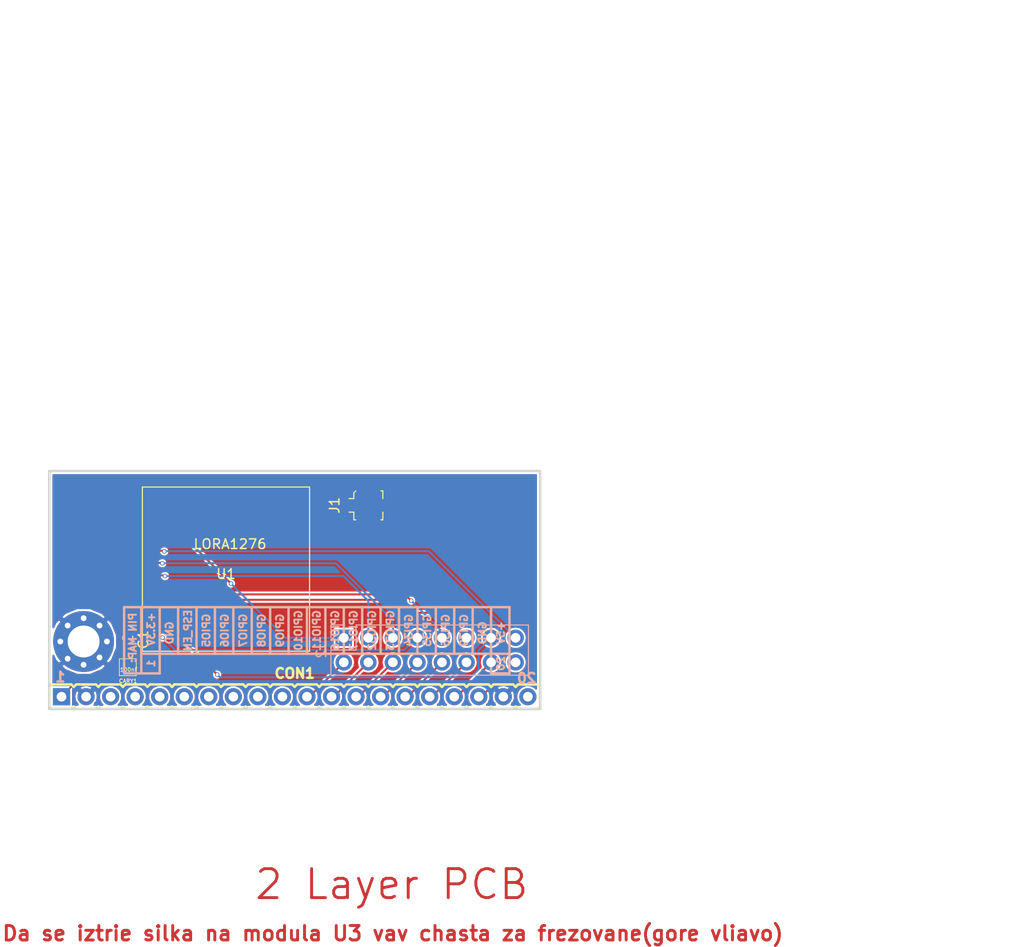
<source format=kicad_pcb>
(kicad_pcb (version 20171130) (host pcbnew 5.0.0)

  (general
    (thickness 1.6)
    (drawings 61)
    (tracks 81)
    (zones 0)
    (modules 8)
    (nets 31)
  )

  (page A4)
  (title_block
    (title ESP32-GATEWAY)
    (rev A)
    (company "OLIMEX Ltd.")
    (comment 1 https://www.olimex.com)
  )

  (layers
    (0 F.Cu mixed)
    (31 B.Cu mixed)
    (32 B.Adhes user hide)
    (33 F.Adhes user hide)
    (34 B.Paste user hide)
    (35 F.Paste user hide)
    (36 B.SilkS user hide)
    (37 F.SilkS user)
    (38 B.Mask user hide)
    (39 F.Mask user hide)
    (40 Dwgs.User user hide)
    (41 Cmts.User user)
    (42 Eco1.User user)
    (43 Eco2.User user)
    (44 Edge.Cuts user)
    (45 Margin user)
    (46 B.CrtYd user)
    (47 F.CrtYd user)
    (48 B.Fab user hide)
    (49 F.Fab user hide)
  )

  (setup
    (last_trace_width 0.2032)
    (user_trace_width 0.254)
    (user_trace_width 0.3048)
    (user_trace_width 0.508)
    (user_trace_width 0.762)
    (user_trace_width 1.016)
    (user_trace_width 1.27)
    (user_trace_width 1.524)
    (user_trace_width 1.778)
    (trace_clearance 0.1778)
    (zone_clearance 0.2)
    (zone_45_only yes)
    (trace_min 0.2032)
    (segment_width 0.254)
    (edge_width 0.254)
    (via_size 0.45)
    (via_drill 0.3)
    (via_min_size 0.4)
    (via_min_drill 0.3)
    (user_via 0.45 0.3)
    (user_via 0.6 0.4)
    (user_via 0.75 0.5)
    (user_via 0.9 0.6)
    (uvia_size 0.45)
    (uvia_drill 0.3)
    (uvias_allowed no)
    (uvia_min_size 0)
    (uvia_min_drill 0)
    (pcb_text_width 0.3)
    (pcb_text_size 1.5 1.5)
    (mod_edge_width 0.15)
    (mod_text_size 1 1)
    (mod_text_width 0.15)
    (pad_size 6.3 6.3)
    (pad_drill 3.3)
    (pad_to_mask_clearance 0.0508)
    (aux_axis_origin 69.596 129.286)
    (visible_elements 7FFFFFFF)
    (pcbplotparams
      (layerselection 0x010f0_ffffffff)
      (usegerberextensions false)
      (usegerberattributes false)
      (usegerberadvancedattributes false)
      (creategerberjobfile false)
      (excludeedgelayer false)
      (linewidth 0.100000)
      (plotframeref false)
      (viasonmask false)
      (mode 1)
      (useauxorigin false)
      (hpglpennumber 1)
      (hpglpenspeed 20)
      (hpglpendiameter 15.000000)
      (psnegative false)
      (psa4output false)
      (plotreference true)
      (plotvalue false)
      (plotinvisibletext false)
      (padsonsilk false)
      (subtractmaskfromsilk false)
      (outputformat 1)
      (mirror false)
      (drillshape 0)
      (scaleselection 1)
      (outputdirectory "Gerbers/"))
  )

  (net 0 "")
  (net 1 GND)
  (net 2 /3v3)
  (net 3 "Net-(J1-Pad1)")
  (net 4 /~LORA_RESET)
  (net 5 /LORA_DIO0)
  (net 6 /LORA_DIO1)
  (net 7 /LORA_DIO2)
  (net 8 /LORA_CS)
  (net 9 /SPI1_MOSI)
  (net 10 /SPI1_MISO)
  (net 11 /SPI1_CLK)
  (net 12 "Net-(U1-Pad3)")
  (net 13 "Net-(U1-Pad2)")
  (net 14 /5v)
  (net 15 "Net-(CON1-Pad10)")
  (net 16 "Net-(CON1-Pad9)")
  (net 17 "Net-(CON1-Pad7)")
  (net 18 "Net-(CON1-Pad8)")
  (net 19 "Net-(CON1-Pad6)")
  (net 20 "Net-(CON1-Pad5)")
  (net 21 "Net-(CON1-Pad3)")
  (net 22 "Net-(CON1-Pad4)")
  (net 23 "Net-(CON1-Pad17)")
  (net 24 "Net-(CON1-Pad18)")
  (net 25 "Net-(CON1-Pad15)")
  (net 26 "Net-(CON1-Pad16)")
  (net 27 "Net-(CON1-Pad14)")
  (net 28 "Net-(CON1-Pad13)")
  (net 29 "Net-(CON1-Pad11)")
  (net 30 "Net-(CON1-Pad12)")

  (net_class Default "This is the default net class."
    (clearance 0.1778)
    (trace_width 0.2032)
    (via_dia 0.45)
    (via_drill 0.3)
    (uvia_dia 0.45)
    (uvia_drill 0.3)
    (diff_pair_gap 0.25)
    (diff_pair_width 0.2032)
    (add_net /3v3)
    (add_net /5v)
    (add_net /LORA_CS)
    (add_net /LORA_DIO0)
    (add_net /LORA_DIO1)
    (add_net /LORA_DIO2)
    (add_net /SPI1_CLK)
    (add_net /SPI1_MISO)
    (add_net /SPI1_MOSI)
    (add_net /~LORA_RESET)
    (add_net GND)
    (add_net "Net-(CON1-Pad10)")
    (add_net "Net-(CON1-Pad11)")
    (add_net "Net-(CON1-Pad12)")
    (add_net "Net-(CON1-Pad13)")
    (add_net "Net-(CON1-Pad14)")
    (add_net "Net-(CON1-Pad15)")
    (add_net "Net-(CON1-Pad16)")
    (add_net "Net-(CON1-Pad17)")
    (add_net "Net-(CON1-Pad18)")
    (add_net "Net-(CON1-Pad3)")
    (add_net "Net-(CON1-Pad4)")
    (add_net "Net-(CON1-Pad5)")
    (add_net "Net-(CON1-Pad6)")
    (add_net "Net-(CON1-Pad7)")
    (add_net "Net-(CON1-Pad8)")
    (add_net "Net-(CON1-Pad9)")
    (add_net "Net-(J1-Pad1)")
    (add_net "Net-(U1-Pad2)")
    (add_net "Net-(U1-Pad3)")
  )

  (module OLIMEX_Connectors-FP:HN1x20 locked (layer F.Cu) (tedit 5902ED40) (tstamp 5900D626)
    (at 94.996 128.016)
    (path /5D59756B)
    (solder_mask_margin 0.0508)
    (solder_paste_margin -0.0508)
    (attr smd)
    (fp_text reference CON1 (at 0 -2.413) (layer F.SilkS)
      (effects (font (size 1.016 1.016) (thickness 0.254)))
    )
    (fp_text value Conn_01x20 (at -22.352 -2.286) (layer F.Fab)
      (effects (font (size 1.27 1.27) (thickness 0.254)))
    )
    (fp_line (start 15.494 1.27) (end 15.24 1.016) (layer F.SilkS) (width 0.254))
    (fp_line (start 15.24 -1.016) (end 15.494 -1.27) (layer F.SilkS) (width 0.254))
    (fp_line (start 15.494 -1.27) (end 17.526 -1.27) (layer F.SilkS) (width 0.254))
    (fp_line (start 20.066 -1.27) (end 20.32 -1.016) (layer F.SilkS) (width 0.254))
    (fp_line (start 17.526 1.27) (end 15.494 1.27) (layer F.SilkS) (width 0.254))
    (fp_line (start 20.32 1.016) (end 20.066 1.27) (layer F.SilkS) (width 0.254))
    (fp_line (start 18.034 -1.27) (end 20.066 -1.27) (layer F.SilkS) (width 0.254))
    (fp_line (start 17.78 -1.016) (end 18.034 -1.27) (layer F.SilkS) (width 0.254))
    (fp_line (start 20.066 1.27) (end 18.034 1.27) (layer F.SilkS) (width 0.254))
    (fp_line (start 17.78 1.016) (end 17.526 1.27) (layer F.SilkS) (width 0.254))
    (fp_line (start 18.034 1.27) (end 17.78 1.016) (layer F.SilkS) (width 0.254))
    (fp_line (start 17.526 -1.27) (end 17.78 -1.016) (layer F.SilkS) (width 0.254))
    (fp_line (start 20.066 -1.27) (end 20.32 -1.016) (layer F.SilkS) (width 0.254))
    (fp_line (start 20.32 1.016) (end 20.066 1.27) (layer F.SilkS) (width 0.254))
    (fp_line (start 20.066 1.27) (end 18.034 1.27) (layer F.SilkS) (width 0.254))
    (fp_line (start 18.034 -1.27) (end 20.066 -1.27) (layer F.SilkS) (width 0.254))
    (fp_line (start 17.78 -1.016) (end 18.034 -1.27) (layer F.SilkS) (width 0.254))
    (fp_line (start 18.034 1.27) (end 17.78 1.016) (layer F.SilkS) (width 0.254))
    (fp_line (start 23.114 1.27) (end 22.86 1.016) (layer F.SilkS) (width 0.254))
    (fp_line (start 22.86 -1.016) (end 23.114 -1.27) (layer F.SilkS) (width 0.254))
    (fp_line (start 23.114 -1.27) (end 25.146 -1.27) (layer F.SilkS) (width 0.254))
    (fp_line (start 25.146 1.27) (end 23.114 1.27) (layer F.SilkS) (width 0.254))
    (fp_line (start 25.4 1.016) (end 25.146 1.27) (layer F.SilkS) (width 0.254))
    (fp_line (start 25.146 -1.27) (end 25.4 -1.016) (layer F.SilkS) (width 0.254))
    (fp_line (start 22.606 -1.27) (end 22.86 -1.016) (layer F.SilkS) (width 0.254))
    (fp_line (start 23.114 1.27) (end 22.86 1.016) (layer F.SilkS) (width 0.254))
    (fp_line (start 22.86 1.016) (end 22.606 1.27) (layer F.SilkS) (width 0.254))
    (fp_line (start 25.146 1.27) (end 23.114 1.27) (layer F.SilkS) (width 0.254))
    (fp_line (start 22.86 -1.016) (end 23.114 -1.27) (layer F.SilkS) (width 0.254))
    (fp_line (start 23.114 -1.27) (end 25.146 -1.27) (layer F.SilkS) (width 0.254))
    (fp_line (start 25.4 -1.016) (end 25.4 1.016) (layer F.SilkS) (width 0.254))
    (fp_line (start 25.4 1.016) (end 25.146 1.27) (layer F.SilkS) (width 0.254))
    (fp_line (start 22.606 1.27) (end 20.574 1.27) (layer F.SilkS) (width 0.254))
    (fp_line (start 25.146 -1.27) (end 25.4 -1.016) (layer F.SilkS) (width 0.254))
    (fp_line (start 20.574 -1.27) (end 22.606 -1.27) (layer F.SilkS) (width 0.254))
    (fp_line (start 20.32 -1.016) (end 20.574 -1.27) (layer F.SilkS) (width 0.254))
    (fp_line (start 20.574 1.27) (end 20.32 1.016) (layer F.SilkS) (width 0.254))
    (fp_line (start 10.414 1.27) (end 10.16 1.016) (layer F.SilkS) (width 0.254))
    (fp_line (start 10.16 -1.016) (end 10.414 -1.27) (layer F.SilkS) (width 0.254))
    (fp_line (start 10.414 -1.27) (end 12.446 -1.27) (layer F.SilkS) (width 0.254))
    (fp_line (start 14.986 -1.27) (end 15.24 -1.016) (layer F.SilkS) (width 0.254))
    (fp_line (start 12.446 1.27) (end 10.414 1.27) (layer F.SilkS) (width 0.254))
    (fp_line (start 15.24 1.016) (end 14.986 1.27) (layer F.SilkS) (width 0.254))
    (fp_line (start 12.954 -1.27) (end 14.986 -1.27) (layer F.SilkS) (width 0.254))
    (fp_line (start 12.7 -1.016) (end 12.954 -1.27) (layer F.SilkS) (width 0.254))
    (fp_line (start 14.986 1.27) (end 12.954 1.27) (layer F.SilkS) (width 0.254))
    (fp_line (start 12.7 1.016) (end 12.446 1.27) (layer F.SilkS) (width 0.254))
    (fp_line (start 12.954 1.27) (end 12.7 1.016) (layer F.SilkS) (width 0.254))
    (fp_line (start 12.446 -1.27) (end 12.7 -1.016) (layer F.SilkS) (width 0.254))
    (fp_line (start 14.986 -1.27) (end 15.24 -1.016) (layer F.SilkS) (width 0.254))
    (fp_line (start 15.24 1.016) (end 14.986 1.27) (layer F.SilkS) (width 0.254))
    (fp_line (start 14.986 1.27) (end 12.954 1.27) (layer F.SilkS) (width 0.254))
    (fp_line (start 12.954 -1.27) (end 14.986 -1.27) (layer F.SilkS) (width 0.254))
    (fp_line (start 12.7 -1.016) (end 12.954 -1.27) (layer F.SilkS) (width 0.254))
    (fp_line (start 12.954 1.27) (end 12.7 1.016) (layer F.SilkS) (width 0.254))
    (fp_line (start 7.874 1.27) (end 7.62 1.016) (layer F.SilkS) (width 0.254))
    (fp_line (start 7.62 -1.016) (end 7.874 -1.27) (layer F.SilkS) (width 0.254))
    (fp_line (start 7.874 -1.27) (end 9.906 -1.27) (layer F.SilkS) (width 0.254))
    (fp_line (start 9.906 1.27) (end 7.874 1.27) (layer F.SilkS) (width 0.254))
    (fp_line (start 10.16 1.016) (end 9.906 1.27) (layer F.SilkS) (width 0.254))
    (fp_line (start 9.906 -1.27) (end 10.16 -1.016) (layer F.SilkS) (width 0.254))
    (fp_line (start 7.366 -1.27) (end 7.62 -1.016) (layer F.SilkS) (width 0.254))
    (fp_line (start 7.874 1.27) (end 7.62 1.016) (layer F.SilkS) (width 0.254))
    (fp_line (start 7.62 1.016) (end 7.366 1.27) (layer F.SilkS) (width 0.254))
    (fp_line (start 9.906 1.27) (end 7.874 1.27) (layer F.SilkS) (width 0.254))
    (fp_line (start 7.62 -1.016) (end 7.874 -1.27) (layer F.SilkS) (width 0.254))
    (fp_line (start 7.874 -1.27) (end 9.906 -1.27) (layer F.SilkS) (width 0.254))
    (fp_line (start 10.16 1.016) (end 9.906 1.27) (layer F.SilkS) (width 0.254))
    (fp_line (start 7.366 1.27) (end 5.334 1.27) (layer F.SilkS) (width 0.254))
    (fp_line (start 9.906 -1.27) (end 10.16 -1.016) (layer F.SilkS) (width 0.254))
    (fp_line (start 5.334 -1.27) (end 7.366 -1.27) (layer F.SilkS) (width 0.254))
    (fp_line (start 5.08 -1.016) (end 5.334 -1.27) (layer F.SilkS) (width 0.254))
    (fp_line (start 5.334 1.27) (end 5.08 1.016) (layer F.SilkS) (width 0.254))
    (fp_line (start 0.254 1.27) (end 0 1.016) (layer F.SilkS) (width 0.254))
    (fp_line (start 0 -1.016) (end 0.254 -1.27) (layer F.SilkS) (width 0.254))
    (fp_line (start 0.254 -1.27) (end 2.286 -1.27) (layer F.SilkS) (width 0.254))
    (fp_line (start 4.826 -1.27) (end 5.08 -1.016) (layer F.SilkS) (width 0.254))
    (fp_line (start 2.286 1.27) (end 0.254 1.27) (layer F.SilkS) (width 0.254))
    (fp_line (start 5.08 1.016) (end 4.826 1.27) (layer F.SilkS) (width 0.254))
    (fp_line (start 2.794 -1.27) (end 4.826 -1.27) (layer F.SilkS) (width 0.254))
    (fp_line (start 2.54 -1.016) (end 2.794 -1.27) (layer F.SilkS) (width 0.254))
    (fp_line (start 4.826 1.27) (end 2.794 1.27) (layer F.SilkS) (width 0.254))
    (fp_line (start 2.54 1.016) (end 2.286 1.27) (layer F.SilkS) (width 0.254))
    (fp_line (start 2.794 1.27) (end 2.54 1.016) (layer F.SilkS) (width 0.254))
    (fp_line (start 2.286 -1.27) (end 2.54 -1.016) (layer F.SilkS) (width 0.254))
    (fp_line (start 4.826 -1.27) (end 5.08 -1.016) (layer F.SilkS) (width 0.254))
    (fp_line (start 5.08 1.016) (end 4.826 1.27) (layer F.SilkS) (width 0.254))
    (fp_line (start 4.826 1.27) (end 2.794 1.27) (layer F.SilkS) (width 0.254))
    (fp_line (start 2.794 -1.27) (end 4.826 -1.27) (layer F.SilkS) (width 0.254))
    (fp_line (start 2.54 -1.016) (end 2.794 -1.27) (layer F.SilkS) (width 0.254))
    (fp_line (start 2.794 1.27) (end 2.54 1.016) (layer F.SilkS) (width 0.254))
    (fp_line (start -2.286 1.27) (end -2.54 1.016) (layer F.SilkS) (width 0.254))
    (fp_line (start -2.54 -1.016) (end -2.286 -1.27) (layer F.SilkS) (width 0.254))
    (fp_line (start -2.286 -1.27) (end -0.254 -1.27) (layer F.SilkS) (width 0.254))
    (fp_line (start -0.254 1.27) (end -2.286 1.27) (layer F.SilkS) (width 0.254))
    (fp_line (start 0 1.016) (end -0.254 1.27) (layer F.SilkS) (width 0.254))
    (fp_line (start -0.254 -1.27) (end 0 -1.016) (layer F.SilkS) (width 0.254))
    (fp_line (start -2.794 -1.27) (end -2.54 -1.016) (layer F.SilkS) (width 0.254))
    (fp_line (start -2.286 1.27) (end -2.54 1.016) (layer F.SilkS) (width 0.254))
    (fp_line (start -2.54 1.016) (end -2.794 1.27) (layer F.SilkS) (width 0.254))
    (fp_line (start -0.254 1.27) (end -2.286 1.27) (layer F.SilkS) (width 0.254))
    (fp_line (start -2.54 -1.016) (end -2.286 -1.27) (layer F.SilkS) (width 0.254))
    (fp_line (start -2.286 -1.27) (end -0.254 -1.27) (layer F.SilkS) (width 0.254))
    (fp_line (start 0 1.016) (end -0.254 1.27) (layer F.SilkS) (width 0.254))
    (fp_line (start -2.794 1.27) (end -4.826 1.27) (layer F.SilkS) (width 0.254))
    (fp_line (start -0.254 -1.27) (end 0 -1.016) (layer F.SilkS) (width 0.254))
    (fp_line (start -4.826 -1.27) (end -2.794 -1.27) (layer F.SilkS) (width 0.254))
    (fp_line (start -5.08 -1.016) (end -4.826 -1.27) (layer F.SilkS) (width 0.254))
    (fp_line (start -4.826 1.27) (end -5.08 1.016) (layer F.SilkS) (width 0.254))
    (fp_line (start -9.906 1.27) (end -10.16 1.016) (layer F.SilkS) (width 0.254))
    (fp_line (start -10.16 -1.016) (end -9.906 -1.27) (layer F.SilkS) (width 0.254))
    (fp_line (start -9.906 -1.27) (end -7.874 -1.27) (layer F.SilkS) (width 0.254))
    (fp_line (start -5.334 -1.27) (end -5.08 -1.016) (layer F.SilkS) (width 0.254))
    (fp_line (start -7.874 1.27) (end -9.906 1.27) (layer F.SilkS) (width 0.254))
    (fp_line (start -5.08 1.016) (end -5.334 1.27) (layer F.SilkS) (width 0.254))
    (fp_line (start -7.366 -1.27) (end -5.334 -1.27) (layer F.SilkS) (width 0.254))
    (fp_line (start -7.62 -1.016) (end -7.366 -1.27) (layer F.SilkS) (width 0.254))
    (fp_line (start -5.334 1.27) (end -7.366 1.27) (layer F.SilkS) (width 0.254))
    (fp_line (start -7.62 1.016) (end -7.874 1.27) (layer F.SilkS) (width 0.254))
    (fp_line (start -7.366 1.27) (end -7.62 1.016) (layer F.SilkS) (width 0.254))
    (fp_line (start -7.874 -1.27) (end -7.62 -1.016) (layer F.SilkS) (width 0.254))
    (fp_line (start -5.334 -1.27) (end -5.08 -1.016) (layer F.SilkS) (width 0.254))
    (fp_line (start -5.08 1.016) (end -5.334 1.27) (layer F.SilkS) (width 0.254))
    (fp_line (start -5.334 1.27) (end -7.366 1.27) (layer F.SilkS) (width 0.254))
    (fp_line (start -7.366 -1.27) (end -5.334 -1.27) (layer F.SilkS) (width 0.254))
    (fp_line (start -7.62 -1.016) (end -7.366 -1.27) (layer F.SilkS) (width 0.254))
    (fp_line (start -7.366 1.27) (end -7.62 1.016) (layer F.SilkS) (width 0.254))
    (fp_line (start -12.446 1.27) (end -12.7 1.016) (layer F.SilkS) (width 0.254))
    (fp_line (start -12.7 -1.016) (end -12.446 -1.27) (layer F.SilkS) (width 0.254))
    (fp_line (start -12.446 -1.27) (end -10.414 -1.27) (layer F.SilkS) (width 0.254))
    (fp_line (start -10.414 1.27) (end -12.446 1.27) (layer F.SilkS) (width 0.254))
    (fp_line (start -10.16 1.016) (end -10.414 1.27) (layer F.SilkS) (width 0.254))
    (fp_line (start -10.414 -1.27) (end -10.16 -1.016) (layer F.SilkS) (width 0.254))
    (fp_line (start -12.954 -1.27) (end -12.7 -1.016) (layer F.SilkS) (width 0.254))
    (fp_line (start -12.446 1.27) (end -12.7 1.016) (layer F.SilkS) (width 0.254))
    (fp_line (start -12.7 1.016) (end -12.954 1.27) (layer F.SilkS) (width 0.254))
    (fp_line (start -10.414 1.27) (end -12.446 1.27) (layer F.SilkS) (width 0.254))
    (fp_line (start -12.7 -1.016) (end -12.446 -1.27) (layer F.SilkS) (width 0.254))
    (fp_line (start -12.446 -1.27) (end -10.414 -1.27) (layer F.SilkS) (width 0.254))
    (fp_line (start -10.16 1.016) (end -10.414 1.27) (layer F.SilkS) (width 0.254))
    (fp_line (start -17.526 1.27) (end -17.78 1.016) (layer F.SilkS) (width 0.254))
    (fp_line (start -12.954 1.27) (end -14.986 1.27) (layer F.SilkS) (width 0.254))
    (fp_line (start -10.414 -1.27) (end -10.16 -1.016) (layer F.SilkS) (width 0.254))
    (fp_line (start -14.986 -1.27) (end -12.954 -1.27) (layer F.SilkS) (width 0.254))
    (fp_line (start -15.24 -1.016) (end -14.986 -1.27) (layer F.SilkS) (width 0.254))
    (fp_line (start -25.4 -1.27) (end -25.146 -1.27) (layer F.SilkS) (width 0.254))
    (fp_line (start -25.146 -1.27) (end -23.114 -1.27) (layer F.SilkS) (width 0.254))
    (fp_line (start -23.114 -1.27) (end -22.86 -1.016) (layer F.SilkS) (width 0.254))
    (fp_line (start -22.86 -1.016) (end -22.606 -1.27) (layer F.SilkS) (width 0.254))
    (fp_line (start -22.606 -1.27) (end -20.574 -1.27) (layer F.SilkS) (width 0.254))
    (fp_line (start -20.574 -1.27) (end -20.32 -1.016) (layer F.SilkS) (width 0.254))
    (fp_line (start -20.32 -1.016) (end -20.066 -1.27) (layer F.SilkS) (width 0.254))
    (fp_line (start -20.066 -1.27) (end -18.034 -1.27) (layer F.SilkS) (width 0.254))
    (fp_line (start -18.034 -1.27) (end -17.78 -1.016) (layer F.SilkS) (width 0.254))
    (fp_line (start -17.78 -1.016) (end -17.526 -1.27) (layer F.SilkS) (width 0.254))
    (fp_line (start -17.526 -1.27) (end -15.494 -1.27) (layer F.SilkS) (width 0.254))
    (fp_line (start -15.494 -1.27) (end -15.24 -1.016) (layer F.SilkS) (width 0.254))
    (fp_line (start -15.24 1.016) (end -15.494 1.27) (layer F.SilkS) (width 0.254))
    (fp_line (start -15.494 1.27) (end -17.526 1.27) (layer F.SilkS) (width 0.254))
    (fp_line (start -14.986 1.27) (end -15.24 1.016) (layer F.SilkS) (width 0.254))
    (fp_line (start -17.78 1.016) (end -18.034 1.27) (layer F.SilkS) (width 0.254))
    (fp_line (start -18.034 1.27) (end -20.066 1.27) (layer F.SilkS) (width 0.254))
    (fp_line (start -25.4 -1.016) (end -25.146 -1.27) (layer F.SilkS) (width 0.254))
    (fp_line (start -25.146 1.27) (end -25.4 1.016) (layer F.SilkS) (width 0.254))
    (fp_line (start -24.892 1.27) (end -25.4 1.27) (layer F.SilkS) (width 0.254))
    (fp_line (start -20.574 1.27) (end -22.606 1.27) (layer F.SilkS) (width 0.254))
    (fp_line (start -22.606 1.27) (end -22.86 1.016) (layer F.SilkS) (width 0.254))
    (fp_line (start -22.86 1.016) (end -23.114 1.27) (layer F.SilkS) (width 0.254))
    (fp_line (start -23.114 1.27) (end -24.892 1.27) (layer F.SilkS) (width 0.254))
    (fp_line (start -20.574 1.27) (end -20.32 1.016) (layer F.SilkS) (width 0.254))
    (fp_line (start -20.32 1.016) (end -20.066 1.27) (layer F.SilkS) (width 0.254))
    (fp_line (start -25.4 -1.27) (end -25.4 1.27) (layer F.SilkS) (width 0.254))
    (pad 17 thru_hole circle (at 16.51 0) (size 1.778 1.778) (drill 1) (layers *.Cu *.Mask)
      (net 23 "Net-(CON1-Pad17)"))
    (pad 18 thru_hole circle (at 19.05 0) (size 1.778 1.778) (drill 1) (layers *.Cu *.Mask)
      (net 24 "Net-(CON1-Pad18)"))
    (pad 20 thru_hole circle (at 24.13 0) (size 1.778 1.778) (drill 1) (layers *.Cu *.Mask)
      (net 14 /5v))
    (pad 19 thru_hole circle (at 21.59 0) (size 1.778 1.778) (drill 1) (layers *.Cu *.Mask)
      (net 1 GND))
    (pad 15 thru_hole circle (at 11.43 0) (size 1.778 1.778) (drill 1) (layers *.Cu *.Mask)
      (net 25 "Net-(CON1-Pad15)"))
    (pad 16 thru_hole circle (at 13.97 0) (size 1.778 1.778) (drill 1) (layers *.Cu *.Mask)
      (net 26 "Net-(CON1-Pad16)"))
    (pad 14 thru_hole circle (at 8.89 0) (size 1.778 1.778) (drill 1) (layers *.Cu *.Mask)
      (net 27 "Net-(CON1-Pad14)"))
    (pad 13 thru_hole circle (at 6.35 0) (size 1.778 1.778) (drill 1) (layers *.Cu *.Mask)
      (net 28 "Net-(CON1-Pad13)"))
    (pad 11 thru_hole circle (at 1.27 0) (size 1.778 1.778) (drill 1) (layers *.Cu *.Mask)
      (net 29 "Net-(CON1-Pad11)"))
    (pad 12 thru_hole circle (at 3.81 0) (size 1.778 1.778) (drill 1) (layers *.Cu *.Mask)
      (net 30 "Net-(CON1-Pad12)"))
    (pad 10 thru_hole circle (at -1.27 0) (size 1.778 1.778) (drill 1) (layers *.Cu *.Mask)
      (net 15 "Net-(CON1-Pad10)"))
    (pad 9 thru_hole circle (at -3.81 0) (size 1.778 1.778) (drill 1) (layers *.Cu *.Mask)
      (net 16 "Net-(CON1-Pad9)"))
    (pad 7 thru_hole circle (at -8.89 0) (size 1.778 1.778) (drill 1) (layers *.Cu *.Mask)
      (net 17 "Net-(CON1-Pad7)"))
    (pad 8 thru_hole circle (at -6.35 0) (size 1.778 1.778) (drill 1) (layers *.Cu *.Mask)
      (net 18 "Net-(CON1-Pad8)"))
    (pad 6 thru_hole circle (at -11.43 0) (size 1.778 1.778) (drill 1) (layers *.Cu *.Mask)
      (net 19 "Net-(CON1-Pad6)"))
    (pad 5 thru_hole circle (at -13.97 0) (size 1.778 1.778) (drill 1) (layers *.Cu *.Mask)
      (net 20 "Net-(CON1-Pad5)"))
    (pad 1 thru_hole rect (at -24.13 0) (size 1.778 1.778) (drill 1) (layers *.Cu *.Mask)
      (net 2 /3v3))
    (pad 2 thru_hole circle (at -21.59 0) (size 1.778 1.778) (drill 1) (layers *.Cu *.Mask)
      (net 1 GND))
    (pad 3 thru_hole circle (at -19.05 0) (size 1.778 1.778) (drill 1) (layers *.Cu *.Mask)
      (net 21 "Net-(CON1-Pad3)"))
    (pad 4 thru_hole circle (at -16.51 0) (size 1.778 1.778) (drill 1) (layers *.Cu *.Mask)
      (net 22 "Net-(CON1-Pad4)"))
  )

  (module OLIMEX_Other-FP:Mounting_hole_Shield_3.3mm locked (layer F.Cu) (tedit 590049FF) (tstamp 58132FAE)
    (at 73.152 122.301)
    (path /5900EC6E)
    (fp_text reference MH1 (at 0.254 -4.191) (layer F.SilkS) hide
      (effects (font (size 1 1) (thickness 0.15)))
    )
    (fp_text value Mounting_hole_Shield_3.3mm (at 0.254 4.318) (layer F.Fab) hide
      (effects (font (size 1 1) (thickness 0.15)))
    )
    (pad GND1 thru_hole circle (at 0 0) (size 6.3 6.3) (drill 3.3) (layers *.Cu *.Mask)
      (net 1 GND))
    (pad GND1 thru_hole circle (at 0 -2.413) (size 1.2 1.2) (drill 0.6) (layers *.Cu *.Mask)
      (net 1 GND))
    (pad GND1 thru_hole circle (at 0 2.413) (size 1.2 1.2) (drill 0.6) (layers *.Cu *.Mask)
      (net 1 GND))
    (pad GND1 thru_hole circle (at -1.651 -1.651) (size 1.2 1.2) (drill 0.6) (layers *.Cu *.Mask)
      (net 1 GND))
    (pad GND1 thru_hole circle (at 1.651 -1.651) (size 1.2 1.2) (drill 0.6) (layers *.Cu *.Mask)
      (net 1 GND))
    (pad GND1 thru_hole circle (at -1.651 1.778) (size 1.2 1.2) (drill 0.6) (layers *.Cu *.Mask)
      (net 1 GND))
    (pad GND1 thru_hole circle (at 1.651 1.651) (size 1.2 1.2) (drill 0.6) (layers *.Cu *.Mask)
      (net 1 GND))
    (pad GND1 thru_hole circle (at 2.413 0) (size 1.2 1.2) (drill 0.6) (layers *.Cu *.Mask)
      (net 1 GND))
    (pad GND1 thru_hole circle (at -2.413 0) (size 1.2 1.2) (drill 0.6) (layers *.Cu *.Mask)
      (net 1 GND))
  )

  (module Capacitor_SMD:C_0603_1608Metric (layer F.Cu) (tedit 5D22E532) (tstamp 5D22E5F2)
    (at 77.724 121.92 90)
    (descr "Capacitor SMD 0603 (1608 Metric), square (rectangular) end terminal, IPC_7351 nominal, (Body size source: http://www.tortai-tech.com/upload/download/2011102023233369053.pdf), generated with kicad-footprint-generator")
    (tags capacitor)
    (path /6595B5D6)
    (attr smd)
    (fp_text reference C1 (at -0.18796 1.6002 90) (layer F.SilkS)
      (effects (font (size 1 1) (thickness 0.15)))
    )
    (fp_text value 10uF (at 0 1.43 90) (layer F.Fab)
      (effects (font (size 1 1) (thickness 0.15)))
    )
    (fp_line (start -0.8 0.4) (end -0.8 -0.4) (layer F.Fab) (width 0.1))
    (fp_line (start -0.8 -0.4) (end 0.8 -0.4) (layer F.Fab) (width 0.1))
    (fp_line (start 0.8 -0.4) (end 0.8 0.4) (layer F.Fab) (width 0.1))
    (fp_line (start 0.8 0.4) (end -0.8 0.4) (layer F.Fab) (width 0.1))
    (fp_line (start -0.162779 -0.51) (end 0.162779 -0.51) (layer F.SilkS) (width 0.12))
    (fp_line (start -0.162779 0.51) (end 0.162779 0.51) (layer F.SilkS) (width 0.12))
    (fp_line (start -1.48 0.73) (end -1.48 -0.73) (layer F.CrtYd) (width 0.05))
    (fp_line (start -1.48 -0.73) (end 1.48 -0.73) (layer F.CrtYd) (width 0.05))
    (fp_line (start 1.48 -0.73) (end 1.48 0.73) (layer F.CrtYd) (width 0.05))
    (fp_line (start 1.48 0.73) (end -1.48 0.73) (layer F.CrtYd) (width 0.05))
    (fp_text user %R (at 0 0 90) (layer F.Fab)
      (effects (font (size 0.4 0.4) (thickness 0.06)))
    )
    (pad 1 smd roundrect (at -0.7875 0 90) (size 0.875 0.95) (layers F.Cu F.Paste F.Mask) (roundrect_rratio 0.25)
      (net 1 GND))
    (pad 2 smd roundrect (at 0.7875 0 90) (size 0.875 0.95) (layers F.Cu F.Paste F.Mask) (roundrect_rratio 0.25)
      (net 2 /3v3))
    (model ${KISYS3DMOD}/Capacitor_SMD.3dshapes/C_0603_1608Metric.wrl
      (at (xyz 0 0 0))
      (scale (xyz 1 1 1))
      (rotate (xyz 0 0 0))
    )
  )

  (module r2Parts:CapArray_CKCL44 (layer F.Cu) (tedit 5D22E674) (tstamp 5D22E602)
    (at 77.724 124.968 180)
    (path /623655CA)
    (attr smd)
    (fp_text reference CARY1 (at -0.025 -1.425 180) (layer F.SilkS)
      (effects (font (size 0.4 0.4) (thickness 0.08)))
    )
    (fp_text value 100nF (at -0.11684 -0.254 180) (layer F.SilkS)
      (effects (font (size 0.4 0.4) (thickness 0.07)))
    )
    (fp_line (start -0.875 -0.875) (end -0.875 0.875) (layer F.SilkS) (width 0.08))
    (fp_line (start -0.875 -0.875) (end 0.875 -0.875) (layer F.SilkS) (width 0.08))
    (fp_line (start 0.875 0.875) (end -0.875 0.875) (layer F.SilkS) (width 0.08))
    (fp_line (start 0.875 -0.875) (end 0.875 0.875) (layer F.SilkS) (width 0.08))
    (pad 1 smd rect (at -0.75 0.575 180) (size 0.25 0.6) (layers F.Cu F.Paste F.Mask)
      (net 2 /3v3))
    (pad 2 smd rect (at -0.75 -0.575 180) (size 0.25 0.6) (layers F.Cu F.Paste F.Mask)
      (net 1 GND))
    (pad 3 smd rect (at -0.25 0.575 180) (size 0.25 0.6) (layers F.Cu F.Paste F.Mask)
      (net 2 /3v3))
    (pad 4 smd rect (at -0.25 -0.575 180) (size 0.25 0.6) (layers F.Cu F.Paste F.Mask)
      (net 1 GND))
    (pad 5 smd rect (at 0.25 0.575 180) (size 0.25 0.6) (layers F.Cu F.Paste F.Mask)
      (net 2 /3v3))
    (pad 6 smd rect (at 0.25 -0.575 180) (size 0.25 0.6) (layers F.Cu F.Paste F.Mask)
      (net 1 GND))
    (pad 7 smd rect (at 0.75 0.575 180) (size 0.25 0.6) (layers F.Cu F.Paste F.Mask)
      (net 2 /3v3))
    (pad 8 smd rect (at 0.75 -0.575 180) (size 0.25 0.6) (layers F.Cu F.Paste F.Mask)
      (net 1 GND))
  )

  (module Connector_Coaxial:U.FL_Molex_MCRF_73412-0110_Vertical (layer F.Cu) (tedit 5A1B5B59) (tstamp 5D22E624)
    (at 102.616 108.204 270)
    (descr "Molex Microcoaxial RF Connectors (MCRF), mates Hirose U.FL, (http://www.molex.com/pdm_docs/sd/734120110_sd.pdf)")
    (tags "mcrf hirose ufl u.fl microcoaxial")
    (path /66AF3E33)
    (attr smd)
    (fp_text reference J1 (at 0 3.5 270) (layer F.SilkS)
      (effects (font (size 1 1) (thickness 0.15)))
    )
    (fp_text value Conn_Coaxial (at 0 -3.302 270) (layer F.Fab)
      (effects (font (size 1 1) (thickness 0.15)))
    )
    (fp_line (start 0 1) (end 0.3 1.3) (layer F.Fab) (width 0.1))
    (fp_line (start -0.3 1.3) (end 0 1) (layer F.Fab) (width 0.1))
    (fp_line (start 0.7 1.5) (end 0.7 2) (layer F.SilkS) (width 0.12))
    (fp_line (start -0.7 1.5) (end -0.7 2) (layer F.SilkS) (width 0.12))
    (fp_text user %R (at 0 3.5 270) (layer F.Fab)
      (effects (font (size 1 1) (thickness 0.15)))
    )
    (fp_circle (center 0 0) (end 0 0.05) (layer F.Fab) (width 0.1))
    (fp_circle (center 0 0) (end 0 0.125) (layer F.Fab) (width 0.1))
    (fp_line (start -0.7 1.5) (end -1.3 1.5) (layer F.SilkS) (width 0.12))
    (fp_line (start -1.3 1.5) (end -1.5 1.3) (layer F.SilkS) (width 0.12))
    (fp_line (start 1.5 1.3) (end 1.5 1.5) (layer F.SilkS) (width 0.12))
    (fp_line (start 1.5 1.5) (end 0.7 1.5) (layer F.SilkS) (width 0.12))
    (fp_line (start 0.7 -1.5) (end 1.5 -1.5) (layer F.SilkS) (width 0.12))
    (fp_line (start 1.5 -1.5) (end 1.5 -1.3) (layer F.SilkS) (width 0.12))
    (fp_line (start -1.5 -1.3) (end -1.5 -1.5) (layer F.SilkS) (width 0.12))
    (fp_line (start -1.5 -1.5) (end -0.7 -1.5) (layer F.SilkS) (width 0.12))
    (fp_circle (center 0 0) (end 0.9 0) (layer F.Fab) (width 0.1))
    (fp_line (start -1.3 -1.3) (end 1.3 -1.3) (layer F.Fab) (width 0.1))
    (fp_line (start -1.3 -1.3) (end -1.3 1) (layer F.Fab) (width 0.1))
    (fp_line (start -1.3 1) (end -1 1.3) (layer F.Fab) (width 0.1))
    (fp_line (start 1.3 -1.3) (end 1.3 1.3) (layer F.Fab) (width 0.1))
    (fp_line (start -2.5 -2.5) (end -2.5 2.5) (layer F.CrtYd) (width 0.05))
    (fp_line (start -2.5 2.5) (end 2.5 2.5) (layer F.CrtYd) (width 0.05))
    (fp_line (start 2.5 2.5) (end 2.5 -2.5) (layer F.CrtYd) (width 0.05))
    (fp_line (start 2.5 -2.5) (end -2.5 -2.5) (layer F.CrtYd) (width 0.05))
    (fp_line (start -1 1.3) (end 1.3 1.3) (layer F.Fab) (width 0.1))
    (fp_circle (center 0 0) (end 0 0.2) (layer F.Fab) (width 0.1))
    (pad 2 smd rect (at -1.475 0 270) (size 1.05 2.2) (layers F.Cu F.Paste F.Mask)
      (net 1 GND))
    (pad 2 smd rect (at 1.475 0 270) (size 1.05 2.2) (layers F.Cu F.Paste F.Mask)
      (net 1 GND))
    (pad 2 smd rect (at 0 -1.5 270) (size 1 1) (layers F.Cu F.Paste F.Mask)
      (net 1 GND))
    (pad 1 smd rect (at 0 1.5 270) (size 1 1) (layers F.Cu F.Paste F.Mask)
      (net 3 "Net-(J1-Pad1)"))
    (model ${KISYS3DMOD}/Connector_Coaxial.3dshapes/U.FL_Molex_MCRF_73412-0110_Vertical.wrl
      (at (xyz 0 0 0))
      (scale (xyz 1 1 1))
      (rotate (xyz 0 0 0))
    )
  )

  (module r2Parts:ManuvrLogo (layer F.Cu) (tedit 5C289AF4) (tstamp 5D22E62F)
    (at 167.935932 59.249311)
    (path /61E45330)
    (fp_text reference P1 (at 0 3.67538) (layer F.SilkS) hide
      (effects (font (size 1.524 1.524) (thickness 0.3048)))
    )
    (fp_text value CONN_01X01 (at 0 -3.67538) (layer F.SilkS) hide
      (effects (font (size 1.524 1.524) (thickness 0.3048)))
    )
    (fp_poly (pts (xy 2.53746 1.19888) (xy 2.53746 1.27) (xy 2.53492 1.33604) (xy 2.52984 1.39192)
      (xy 2.5273 1.4097) (xy 2.5019 1.56972) (xy 2.46126 1.72212) (xy 2.40792 1.87198)
      (xy 2.34188 2.01676) (xy 2.26314 2.15392) (xy 2.1717 2.28854) (xy 2.1336 2.3368)
      (xy 2.08788 2.3876) (xy 2.03708 2.44094) (xy 1.98628 2.49428) (xy 1.93294 2.54508)
      (xy 1.92278 2.5527) (xy 1.92278 1.143) (xy 1.91262 1.02108) (xy 1.89992 0.94742)
      (xy 1.8669 0.82042) (xy 1.82118 0.6985) (xy 1.7653 0.5842) (xy 1.69672 0.47498)
      (xy 1.61798 0.37592) (xy 1.52908 0.28448) (xy 1.43002 0.2032) (xy 1.32334 0.13208)
      (xy 1.21158 0.07112) (xy 1.08966 0.02286) (xy 1.08204 0.02032) (xy 1.01854 0)
      (xy 0.96266 -0.0127) (xy 0.91186 -0.02286) (xy 0.85852 -0.03048) (xy 0.80518 -0.03556)
      (xy 0.74168 -0.03556) (xy 0.70866 -0.0381) (xy 0.64008 -0.03556) (xy 0.58166 -0.03302)
      (xy 0.52832 -0.02794) (xy 0.47752 -0.01778) (xy 0.42418 -0.00508) (xy 0.36576 0.01016)
      (xy 0.33528 0.02032) (xy 0.21336 0.06858) (xy 0.09906 0.127) (xy -0.00762 0.19812)
      (xy -0.10668 0.2794) (xy -0.19558 0.37084) (xy -0.27432 0.47244) (xy -0.34544 0.57912)
      (xy -0.40132 0.69596) (xy -0.44196 0.8001) (xy -0.47498 0.90678) (xy -0.4953 1.01092)
      (xy -0.50546 1.11252) (xy -0.50546 1.21666) (xy -0.49276 1.34112) (xy -0.46736 1.46558)
      (xy -0.42926 1.58496) (xy -0.37846 1.7018) (xy -0.31496 1.81102) (xy -0.24384 1.91262)
      (xy -0.16256 2.00914) (xy -0.06858 2.0955) (xy 0.02794 2.1717) (xy 0.13716 2.24028)
      (xy 0.18542 2.26314) (xy 0.30734 2.31648) (xy 0.4318 2.35458) (xy 0.55626 2.37744)
      (xy 0.68326 2.3876) (xy 0.81026 2.38252) (xy 0.90424 2.36982) (xy 1.02108 2.34188)
      (xy 1.13792 2.30378) (xy 1.25222 2.25298) (xy 1.3589 2.19202) (xy 1.45796 2.1209)
      (xy 1.55448 2.03454) (xy 1.6383 1.9431) (xy 1.7145 1.8415) (xy 1.78054 1.73482)
      (xy 1.83388 1.62306) (xy 1.87452 1.50622) (xy 1.90246 1.38684) (xy 1.92024 1.26492)
      (xy 1.92278 1.143) (xy 1.92278 2.5527) (xy 1.88722 2.58572) (xy 1.87198 2.59842)
      (xy 1.74244 2.6924) (xy 1.60528 2.77622) (xy 1.46304 2.84734) (xy 1.31572 2.90576)
      (xy 1.16332 2.94894) (xy 1.00838 2.98196) (xy 0.84836 2.99974) (xy 0.69342 3.00228)
      (xy 0.65532 3.00228) (xy 0.61976 3.00228) (xy 0.58928 2.99974) (xy 0.56896 2.99974)
      (xy 0.56642 2.99974) (xy 0.40386 2.97942) (xy 0.24384 2.9464) (xy 0.09144 2.90068)
      (xy -0.05334 2.84226) (xy -0.19558 2.77114) (xy -0.3302 2.68986) (xy -0.4572 2.59334)
      (xy -0.47498 2.5781) (xy -0.59182 2.47142) (xy -0.6985 2.35458) (xy -0.79248 2.23012)
      (xy -0.87884 2.09804) (xy -0.94996 1.96088) (xy -1.01092 1.8161) (xy -1.05918 1.66624)
      (xy -1.0922 1.5113) (xy -1.11506 1.3589) (xy -1.12014 1.27254) (xy -1.12014 1.17856)
      (xy -1.1176 1.08204) (xy -1.11252 0.98552) (xy -1.10236 0.89408) (xy -1.08966 0.80772)
      (xy -1.08204 0.76454) (xy -1.0414 0.61214) (xy -0.98806 0.46482) (xy -0.92202 0.32258)
      (xy -0.84582 0.1905) (xy -0.75946 0.0635) (xy -0.66294 -0.05334) (xy -0.55626 -0.16256)
      (xy -0.43942 -0.26162) (xy -0.3175 -0.35306) (xy -0.18542 -0.4318) (xy -0.04826 -0.50038)
      (xy 0.09398 -0.5588) (xy 0.24384 -0.60198) (xy 0.3302 -0.6223) (xy 0.39624 -0.635)
      (xy 0.45466 -0.64262) (xy 0.51308 -0.65024) (xy 0.5715 -0.65532) (xy 0.63754 -0.65532)
      (xy 0.7112 -0.65786) (xy 0.86106 -0.65278) (xy 1.0033 -0.63754) (xy 1.13792 -0.61214)
      (xy 1.26746 -0.57658) (xy 1.39954 -0.53086) (xy 1.52908 -0.47244) (xy 1.55702 -0.4572)
      (xy 1.69164 -0.381) (xy 1.82118 -0.2921) (xy 1.94056 -0.19304) (xy 2.04978 -0.08636)
      (xy 2.15138 0.02794) (xy 2.24028 0.1524) (xy 2.32156 0.28448) (xy 2.3876 0.42418)
      (xy 2.44602 0.56642) (xy 2.4892 0.71628) (xy 2.51968 0.86868) (xy 2.5273 0.93472)
      (xy 2.53238 0.9906) (xy 2.53746 1.0541) (xy 2.53746 1.12522) (xy 2.53746 1.19888)) (layer F.Mask) (width 0.00254))
    (fp_poly (pts (xy -1.42748 0.75946) (xy -1.44018 0.84328) (xy -1.45796 1.0033) (xy -1.46558 1.16078)
      (xy -1.4605 1.31064) (xy -1.44526 1.45288) (xy -1.44526 1.4605) (xy -1.44018 1.49606)
      (xy -1.4351 1.53162) (xy -1.43256 1.55956) (xy -1.43002 1.57988) (xy -1.43256 1.59766)
      (xy -1.43764 1.60528) (xy -1.45034 1.60782) (xy -1.45288 1.60782) (xy -1.45796 1.60782)
      (xy -1.46304 1.60528) (xy -1.46812 1.6002) (xy -1.47828 1.59512) (xy -1.48844 1.58496)
      (xy -1.50368 1.57226) (xy -1.52146 1.55702) (xy -1.54178 1.5367) (xy -1.56972 1.5113)
      (xy -1.6002 1.48082) (xy -1.6383 1.44526) (xy -1.67894 1.40208) (xy -1.72974 1.35382)
      (xy -1.78562 1.29794) (xy -1.84912 1.23444) (xy -1.92024 1.16332) (xy -2.00152 1.08204)
      (xy -2.09042 0.99314) (xy -2.18694 0.89662) (xy -2.21488 0.86868) (xy -2.31902 0.76454)
      (xy -2.41046 0.67056) (xy -2.49682 0.58674) (xy -2.57302 0.51054) (xy -2.6416 0.44196)
      (xy -2.70002 0.381) (xy -2.75336 0.32766) (xy -2.80162 0.2794) (xy -2.83972 0.23876)
      (xy -2.87528 0.20066) (xy -2.90322 0.17018) (xy -2.92862 0.14224) (xy -2.9464 0.11684)
      (xy -2.96164 0.09652) (xy -2.97434 0.07874) (xy -2.98196 0.0635) (xy -2.98958 0.04826)
      (xy -2.99212 0.03302) (xy -2.99466 0.02032) (xy -2.99466 0.00762) (xy -2.99466 -0.00254)
      (xy -2.99466 -0.01778) (xy -2.99466 -0.03556) (xy -2.99466 -0.04826) (xy -2.99212 -0.0889)
      (xy -2.99212 -0.11684) (xy -2.98958 -0.1397) (xy -2.9845 -0.16002) (xy -2.97688 -0.1778)
      (xy -2.9591 -0.21336) (xy -2.93116 -0.24892) (xy -2.89814 -0.28448) (xy -2.86512 -0.31242)
      (xy -2.85242 -0.32004) (xy -2.80162 -0.3429) (xy -2.7432 -0.3556) (xy -2.6797 -0.35814)
      (xy -2.61874 -0.35306) (xy -2.56032 -0.33528) (xy -2.5273 -0.32004) (xy -2.51714 -0.31242)
      (xy -2.49936 -0.29972) (xy -2.4765 -0.27686) (xy -2.44348 -0.24638) (xy -2.40538 -0.21082)
      (xy -2.35712 -0.1651) (xy -2.30124 -0.10922) (xy -2.23774 -0.04572) (xy -2.16408 0.0254)
      (xy -2.0828 0.10668) (xy -1.98882 0.19812) (xy -1.96088 0.2286) (xy -1.42748 0.75946)) (layer F.Mask) (width 0.00254))
    (fp_poly (pts (xy -0.51562 -0.61722) (xy -0.56896 -0.57658) (xy -0.65278 -0.51308) (xy -0.7366 -0.43942)
      (xy -0.82042 -0.36068) (xy -0.9017 -0.27686) (xy -0.97536 -0.1905) (xy -0.9779 -0.18542)
      (xy -1.0033 -0.15494) (xy -1.02616 -0.12446) (xy -1.04648 -0.09906) (xy -1.06172 -0.07874)
      (xy -1.06426 -0.07366) (xy -1.07696 -0.05842) (xy -1.0922 -0.0508) (xy -1.1049 -0.04826)
      (xy -1.12776 -0.04826) (xy -1.12522 -1.42494) (xy -1.12522 -2.80416) (xy -1.10236 -2.84988)
      (xy -1.06934 -2.90576) (xy -1.02362 -2.95148) (xy -0.97282 -2.98704) (xy -0.96012 -2.99212)
      (xy -0.9398 -3.00228) (xy -0.92202 -3.00736) (xy -0.90678 -3.01244) (xy -0.88646 -3.01498)
      (xy -0.85852 -3.01498) (xy -0.82042 -3.01498) (xy -0.72898 -3.01498) (xy -0.67564 -2.98958)
      (xy -0.61976 -2.95402) (xy -0.57404 -2.91084) (xy -0.53848 -2.85496) (xy -0.53594 -2.84988)
      (xy -0.51816 -2.80924) (xy -0.51562 -1.7145) (xy -0.51562 -0.61722)) (layer F.Mask) (width 0.00254))
    (fp_poly (pts (xy 2.53238 -0.0762) (xy 2.50698 -0.0762) (xy 2.49428 -0.07874) (xy 2.48158 -0.08382)
      (xy 2.46888 -0.09652) (xy 2.45364 -0.1143) (xy 2.38252 -0.20574) (xy 2.30378 -0.29464)
      (xy 2.21488 -0.38354) (xy 2.12598 -0.46736) (xy 2.03454 -0.54356) (xy 1.9431 -0.6096)
      (xy 1.91008 -0.63246) (xy 1.91008 -1.47066) (xy 1.91008 -1.6002) (xy 1.91008 -1.7145)
      (xy 1.91008 -1.81864) (xy 1.91008 -1.90754) (xy 1.91262 -1.98882) (xy 1.91262 -2.0574)
      (xy 1.91262 -2.11582) (xy 1.91262 -2.16662) (xy 1.91262 -2.2098) (xy 1.91516 -2.24536)
      (xy 1.91516 -2.27584) (xy 1.91516 -2.2987) (xy 1.9177 -2.31648) (xy 1.9177 -2.33172)
      (xy 1.92024 -2.34188) (xy 1.92024 -2.3495) (xy 1.92278 -2.35204) (xy 1.94564 -2.413)
      (xy 1.97866 -2.46634) (xy 2.02184 -2.50952) (xy 2.07264 -2.54) (xy 2.1336 -2.56286)
      (xy 2.16916 -2.57048) (xy 2.23774 -2.57302) (xy 2.30124 -2.5654) (xy 2.35966 -2.54508)
      (xy 2.413 -2.5146) (xy 2.45618 -2.47396) (xy 2.49174 -2.4257) (xy 2.5146 -2.36982)
      (xy 2.52476 -2.33426) (xy 2.52476 -2.32156) (xy 2.5273 -2.29616) (xy 2.5273 -2.25552)
      (xy 2.5273 -2.20218) (xy 2.52984 -2.1336) (xy 2.52984 -2.05486) (xy 2.52984 -1.96342)
      (xy 2.52984 -1.85674) (xy 2.53238 -1.7399) (xy 2.53238 -1.61036) (xy 2.53238 -1.47066)
      (xy 2.53238 -1.31572) (xy 2.53238 -1.18618) (xy 2.53238 -0.0762)) (layer F.Mask) (width 0.00254))
    (fp_poly (pts (xy 1.57226 -0.8382) (xy 1.54686 -0.8382) (xy 1.52654 -0.84074) (xy 1.50876 -0.84328)
      (xy 1.50876 -0.84582) (xy 1.4986 -0.8509) (xy 1.47828 -0.85852) (xy 1.4478 -0.86868)
      (xy 1.41478 -0.88138) (xy 1.40208 -0.88392) (xy 1.31826 -0.91186) (xy 1.22428 -0.93726)
      (xy 1.13284 -0.95758) (xy 1.04394 -0.97536) (xy 1.03124 -0.9779) (xy 0.94996 -0.9906)
      (xy 0.9525 -1.93802) (xy 0.95504 -2.88798) (xy 0.97028 -2.92608) (xy 1.00076 -2.98196)
      (xy 1.0414 -3.03022) (xy 1.08966 -3.06832) (xy 1.143 -3.09626) (xy 1.15316 -3.0988)
      (xy 1.1938 -3.10896) (xy 1.24206 -3.11404) (xy 1.29032 -3.1115) (xy 1.33858 -3.10642)
      (xy 1.37668 -3.0988) (xy 1.4351 -3.07086) (xy 1.48336 -3.03022) (xy 1.524 -2.98196)
      (xy 1.55194 -2.92862) (xy 1.56972 -2.88798) (xy 1.56972 -1.86436) (xy 1.57226 -0.8382)) (layer F.Mask) (width 0.00254))
    (fp_poly (pts (xy 0.5842 -1.00076) (xy 0.54356 -0.99822) (xy 0.42926 -0.98298) (xy 0.32258 -0.9652)
      (xy 0.22606 -0.94488) (xy 0.13462 -0.92202) (xy 0.12192 -0.91694) (xy 0.08636 -0.90678)
      (xy 0.0508 -0.89916) (xy 0.02032 -0.89154) (xy 0 -0.889) (xy -0.03556 -0.88646)
      (xy -0.03302 -2.01422) (xy -0.03048 -3.14198) (xy -0.01524 -3.18262) (xy 0.0127 -3.24104)
      (xy 0.05334 -3.2893) (xy 0.10414 -3.32486) (xy 0.16002 -3.3528) (xy 0.22606 -3.36804)
      (xy 0.24638 -3.36804) (xy 0.3175 -3.36804) (xy 0.381 -3.35534) (xy 0.43688 -3.32994)
      (xy 0.48768 -3.29438) (xy 0.53086 -3.24612) (xy 0.5588 -3.19532) (xy 0.58166 -3.1496)
      (xy 0.58166 -2.07518) (xy 0.5842 -1.00076)) (layer F.Mask) (width 0.00254))
    (fp_poly (pts (xy 1.56464 1.1811) (xy 1.5621 1.24206) (xy 1.55956 1.29794) (xy 1.55448 1.3335)
      (xy 1.52908 1.43764) (xy 1.49098 1.5367) (xy 1.44272 1.63068) (xy 1.38176 1.7145)
      (xy 1.31318 1.7907) (xy 1.23444 1.85928) (xy 1.14808 1.91516) (xy 1.05156 1.96342)
      (xy 0.94996 1.99898) (xy 0.89916 2.01168) (xy 0.8636 2.01676) (xy 0.82042 2.02184)
      (xy 0.77216 2.02438) (xy 0.7239 2.02692) (xy 0.67564 2.02946) (xy 0.63754 2.02692)
      (xy 0.61722 2.02692) (xy 0.50546 2.0066) (xy 0.40132 1.97612) (xy 0.30226 1.93294)
      (xy 0.21082 1.8796) (xy 0.12954 1.81356) (xy 0.05334 1.73736) (xy -0.00762 1.651)
      (xy -0.0254 1.6256) (xy -0.07112 1.53924) (xy -0.10668 1.45034) (xy -0.12954 1.3589)
      (xy -0.14224 1.26238) (xy -0.14478 1.15824) (xy -0.14478 1.12776) (xy -0.14224 1.06934)
      (xy -0.13716 1.02108) (xy -0.127 0.97536) (xy -0.12192 0.95504) (xy -0.0889 0.8509)
      (xy -0.04572 0.75184) (xy 0.00762 0.66294) (xy 0.0762 0.58166) (xy 0.1524 0.508)
      (xy 0.23876 0.44704) (xy 0.33274 0.3937) (xy 0.42926 0.3556) (xy 0.48006 0.34036)
      (xy 0.52578 0.3302) (xy 0.5715 0.32258) (xy 0.6223 0.3175) (xy 0.67818 0.3175)
      (xy 0.74422 0.3175) (xy 0.81788 0.32258) (xy 0.87884 0.32766) (xy 0.93472 0.33782)
      (xy 0.98806 0.3556) (xy 1.04394 0.37592) (xy 1.08458 0.3937) (xy 1.1811 0.44704)
      (xy 1.26746 0.51054) (xy 1.3462 0.5842) (xy 1.41224 0.66548) (xy 1.46812 0.75692)
      (xy 1.5113 0.85344) (xy 1.54432 0.95758) (xy 1.55448 1.01346) (xy 1.55956 1.06172)
      (xy 1.56464 1.1176) (xy 1.56464 1.1811)) (layer F.Mask) (width 0.00254))
  )

  (module RadioRelay:LORA1276-Module (layer F.Cu) (tedit 5D1E96B8) (tstamp 5D22F00A)
    (at 87.884 114.808)
    (path /66596FAA)
    (fp_text reference U1 (at 0 0.5) (layer F.SilkS)
      (effects (font (size 1 1) (thickness 0.15)))
    )
    (fp_text value LORA1276 (at 0.42 -2.59) (layer F.SilkS)
      (effects (font (size 1 1) (thickness 0.15)))
    )
    (fp_line (start -8.65 8.5) (end -8.65 -8.5) (layer F.SilkS) (width 0.12))
    (fp_line (start 8.65 8.5) (end -8.65 8.5) (layer F.SilkS) (width 0.12))
    (fp_line (start 8.65 -8.5) (end 8.65 8.5) (layer F.SilkS) (width 0.12))
    (fp_line (start -8.65 -8.5) (end 8.65 -8.5) (layer F.SilkS) (width 0.12))
    (pad 14 smd rect (at 7.9 -7.39) (size 1.5 1) (layers F.Cu F.Paste F.Mask)
      (net 3 "Net-(J1-Pad1)"))
    (pad 13 smd rect (at 7.9 -5.89) (size 1.5 1) (layers F.Cu F.Paste F.Mask)
      (net 1 GND))
    (pad 12 smd rect (at -7.9 6.985) (size 1.5 0.8) (layers F.Cu F.Paste F.Mask)
      (net 4 /~LORA_RESET))
    (pad 11 smd rect (at -7.9 5.715) (size 1.5 0.8) (layers F.Cu F.Paste F.Mask)
      (net 2 /3v3))
    (pad 10 smd rect (at -7.9 4.445) (size 1.5 0.8) (layers F.Cu F.Paste F.Mask)
      (net 5 /LORA_DIO0))
    (pad 9 smd rect (at -7.9 3.175) (size 1.5 0.8) (layers F.Cu F.Paste F.Mask)
      (net 6 /LORA_DIO1))
    (pad 8 smd rect (at -7.9 1.905) (size 1.5 0.8) (layers F.Cu F.Paste F.Mask)
      (net 7 /LORA_DIO2))
    (pad 7 smd rect (at -7.9 0.65) (size 1.5 0.8) (layers F.Cu F.Paste F.Mask)
      (net 8 /LORA_CS))
    (pad 6 smd rect (at -7.9 -0.65) (size 1.5 0.8) (layers F.Cu F.Paste F.Mask)
      (net 9 /SPI1_MOSI))
    (pad 5 smd rect (at -7.9 -1.905) (size 1.5 0.8) (layers F.Cu F.Paste F.Mask)
      (net 10 /SPI1_MISO))
    (pad 4 smd rect (at -7.9 -3.175) (size 1.5 0.8) (layers F.Cu F.Paste F.Mask)
      (net 11 /SPI1_CLK))
    (pad 3 smd rect (at -7.9 -4.445) (size 1.5 0.8) (layers F.Cu F.Paste F.Mask)
      (net 12 "Net-(U1-Pad3)"))
    (pad 2 smd rect (at -7.9 -5.715) (size 1.5 0.8) (layers F.Cu F.Paste F.Mask)
      (net 13 "Net-(U1-Pad2)"))
    (pad 1 smd rect (at -7.9 -6.985) (size 1.5 0.8) (layers F.Cu F.Paste F.Mask)
      (net 1 GND))
  )

  (module Connector_PinHeader_2.54mm:PinHeader_2x08_P2.54mm_Vertical (layer B.Cu) (tedit 59FED5CC) (tstamp 5D25BE92)
    (at 100.076 121.92 270)
    (descr "Through hole straight pin header, 2x08, 2.54mm pitch, double rows")
    (tags "Through hole pin header THT 2x08 2.54mm double row")
    (path /5D607132)
    (fp_text reference J2 (at 1.27 2.33 270) (layer B.SilkS)
      (effects (font (size 1 1) (thickness 0.15)) (justify mirror))
    )
    (fp_text value Conn_02x08_Odd_Even (at 1.27 -20.11 270) (layer B.Fab)
      (effects (font (size 1 1) (thickness 0.15)) (justify mirror))
    )
    (fp_line (start 0 1.27) (end 3.81 1.27) (layer B.Fab) (width 0.1))
    (fp_line (start 3.81 1.27) (end 3.81 -19.05) (layer B.Fab) (width 0.1))
    (fp_line (start 3.81 -19.05) (end -1.27 -19.05) (layer B.Fab) (width 0.1))
    (fp_line (start -1.27 -19.05) (end -1.27 0) (layer B.Fab) (width 0.1))
    (fp_line (start -1.27 0) (end 0 1.27) (layer B.Fab) (width 0.1))
    (fp_line (start -1.33 -19.11) (end 3.87 -19.11) (layer B.SilkS) (width 0.12))
    (fp_line (start -1.33 -1.27) (end -1.33 -19.11) (layer B.SilkS) (width 0.12))
    (fp_line (start 3.87 1.33) (end 3.87 -19.11) (layer B.SilkS) (width 0.12))
    (fp_line (start -1.33 -1.27) (end 1.27 -1.27) (layer B.SilkS) (width 0.12))
    (fp_line (start 1.27 -1.27) (end 1.27 1.33) (layer B.SilkS) (width 0.12))
    (fp_line (start 1.27 1.33) (end 3.87 1.33) (layer B.SilkS) (width 0.12))
    (fp_line (start -1.33 0) (end -1.33 1.33) (layer B.SilkS) (width 0.12))
    (fp_line (start -1.33 1.33) (end 0 1.33) (layer B.SilkS) (width 0.12))
    (fp_line (start -1.8 1.8) (end -1.8 -19.55) (layer B.CrtYd) (width 0.05))
    (fp_line (start -1.8 -19.55) (end 4.35 -19.55) (layer B.CrtYd) (width 0.05))
    (fp_line (start 4.35 -19.55) (end 4.35 1.8) (layer B.CrtYd) (width 0.05))
    (fp_line (start 4.35 1.8) (end -1.8 1.8) (layer B.CrtYd) (width 0.05))
    (fp_text user %R (at 1.27 -8.89 180) (layer B.Fab)
      (effects (font (size 1 1) (thickness 0.15)) (justify mirror))
    )
    (pad 1 thru_hole rect (at 0 0 270) (size 1.7 1.7) (drill 1) (layers *.Cu *.Mask)
      (net 11 /SPI1_CLK))
    (pad 2 thru_hole oval (at 2.54 0 270) (size 1.7 1.7) (drill 1) (layers *.Cu *.Mask)
      (net 29 "Net-(CON1-Pad11)"))
    (pad 3 thru_hole oval (at 0 -2.54 270) (size 1.7 1.7) (drill 1) (layers *.Cu *.Mask)
      (net 8 /LORA_CS))
    (pad 4 thru_hole oval (at 2.54 -2.54 270) (size 1.7 1.7) (drill 1) (layers *.Cu *.Mask)
      (net 30 "Net-(CON1-Pad12)"))
    (pad 5 thru_hole oval (at 0 -5.08 270) (size 1.7 1.7) (drill 1) (layers *.Cu *.Mask)
      (net 9 /SPI1_MOSI))
    (pad 6 thru_hole oval (at 2.54 -5.08 270) (size 1.7 1.7) (drill 1) (layers *.Cu *.Mask)
      (net 28 "Net-(CON1-Pad13)"))
    (pad 7 thru_hole oval (at 0 -7.62 270) (size 1.7 1.7) (drill 1) (layers *.Cu *.Mask)
      (net 4 /~LORA_RESET))
    (pad 8 thru_hole oval (at 2.54 -7.62 270) (size 1.7 1.7) (drill 1) (layers *.Cu *.Mask)
      (net 27 "Net-(CON1-Pad14)"))
    (pad 9 thru_hole oval (at 0 -10.16 270) (size 1.7 1.7) (drill 1) (layers *.Cu *.Mask)
      (net 7 /LORA_DIO2))
    (pad 10 thru_hole oval (at 2.54 -10.16 270) (size 1.7 1.7) (drill 1) (layers *.Cu *.Mask)
      (net 25 "Net-(CON1-Pad15)"))
    (pad 11 thru_hole oval (at 0 -12.7 270) (size 1.7 1.7) (drill 1) (layers *.Cu *.Mask)
      (net 6 /LORA_DIO1))
    (pad 12 thru_hole oval (at 2.54 -12.7 270) (size 1.7 1.7) (drill 1) (layers *.Cu *.Mask)
      (net 26 "Net-(CON1-Pad16)"))
    (pad 13 thru_hole oval (at 0 -15.24 270) (size 1.7 1.7) (drill 1) (layers *.Cu *.Mask)
      (net 5 /LORA_DIO0))
    (pad 14 thru_hole oval (at 2.54 -15.24 270) (size 1.7 1.7) (drill 1) (layers *.Cu *.Mask)
      (net 23 "Net-(CON1-Pad17)"))
    (pad 15 thru_hole oval (at 0 -17.78 270) (size 1.7 1.7) (drill 1) (layers *.Cu *.Mask)
      (net 10 /SPI1_MISO))
    (pad 16 thru_hole oval (at 2.54 -17.78 270) (size 1.7 1.7) (drill 1) (layers *.Cu *.Mask)
      (net 24 "Net-(CON1-Pad18)"))
    (model ${KISYS3DMOD}/Connector_PinHeader_2.54mm.3dshapes/PinHeader_2x08_P2.54mm_Vertical.wrl
      (at (xyz 0 0 0))
      (scale (xyz 1 1 1))
      (rotate (xyz 0 0 0))
    )
  )

  (gr_line (start 69.596 129.286) (end 69.596 104.648) (angle 90) (layer Edge.Cuts) (width 0.254))
  (gr_line (start 120.396 104.65308) (end 120.396 129.286) (angle 90) (layer Edge.Cuts) (width 0.254))
  (gr_line (start 69.596 104.648) (end 120.396 104.648) (angle 90) (layer Edge.Cuts) (width 0.254))
  (gr_text 20 (at 118.999 126.111) (layer B.SilkS) (tstamp 590343B5)
    (effects (font (size 1.016 1.016) (thickness 0.254)) (justify mirror))
  )
  (gr_line (start 115.316 125.603) (end 115.316 123.571) (angle 90) (layer B.SilkS) (width 0.254))
  (gr_line (start 117.221 123.571) (end 117.221 125.603) (angle 90) (layer B.SilkS) (width 0.254))
  (gr_line (start 77.343 118.745) (end 77.343 125.603) (angle 90) (layer B.SilkS) (width 0.254))
  (gr_line (start 79.121 125.603) (end 79.121 118.745) (angle 90) (layer B.SilkS) (width 0.254))
  (gr_line (start 81.026 123.698) (end 81.026 125.603) (angle 90) (layer B.SilkS) (width 0.254))
  (gr_line (start 79.121 125.603) (end 81.026 125.603) (angle 90) (layer B.SilkS) (width 0.254))
  (gr_text 20 (at 116.332 124.587 90) (layer B.SilkS) (tstamp 59033D27)
    (effects (font (size 0.762 0.762) (thickness 0.1905)) (justify mirror))
  )
  (gr_line (start 117.221 125.603) (end 115.316 125.603) (angle 90) (layer B.SilkS) (width 0.254))
  (gr_line (start 117.221 118.745) (end 117.221 123.571) (angle 90) (layer B.SilkS) (width 0.254) (tstamp 59033D0F))
  (gr_line (start 117.221 118.745) (end 77.343 118.745) (angle 90) (layer B.SilkS) (width 0.254))
  (gr_line (start 117.221 123.571) (end 79.121 123.571) (angle 90) (layer B.SilkS) (width 0.254))
  (gr_line (start 115.316 118.745) (end 115.316 123.571) (angle 90) (layer B.SilkS) (width 0.254) (tstamp 59033D0A))
  (gr_line (start 111.506 118.745) (end 111.506 123.571) (angle 90) (layer B.SilkS) (width 0.254))
  (gr_line (start 109.601 118.745) (end 109.601 123.571) (angle 90) (layer B.SilkS) (width 0.254))
  (gr_line (start 107.696 118.745) (end 107.696 123.571) (angle 90) (layer B.SilkS) (width 0.254))
  (gr_line (start 105.791 118.745) (end 105.791 123.571) (angle 90) (layer B.SilkS) (width 0.254))
  (gr_line (start 103.886 118.745) (end 103.886 123.571) (angle 90) (layer B.SilkS) (width 0.254))
  (gr_line (start 101.981 118.745) (end 101.981 123.571) (angle 90) (layer B.SilkS) (width 0.254))
  (gr_line (start 100.076 118.745) (end 100.076 123.571) (angle 90) (layer B.SilkS) (width 0.254))
  (gr_line (start 98.171 118.745) (end 98.171 123.571) (angle 90) (layer B.SilkS) (width 0.254))
  (gr_line (start 96.266 118.745) (end 96.266 123.571) (angle 90) (layer B.SilkS) (width 0.254))
  (gr_line (start 94.361 118.745) (end 94.361 123.571) (angle 90) (layer B.SilkS) (width 0.254))
  (gr_line (start 92.456 118.745) (end 92.456 123.571) (angle 90) (layer B.SilkS) (width 0.254))
  (gr_line (start 90.551 118.745) (end 90.551 123.571) (angle 90) (layer B.SilkS) (width 0.254))
  (gr_line (start 88.646 118.745) (end 88.646 123.571) (angle 90) (layer B.SilkS) (width 0.254))
  (gr_line (start 86.741 118.745) (end 86.741 123.571) (angle 90) (layer B.SilkS) (width 0.254))
  (gr_line (start 84.836 118.745) (end 84.836 123.571) (angle 90) (layer B.SilkS) (width 0.254))
  (gr_line (start 82.931 118.745) (end 82.931 123.571) (angle 90) (layer B.SilkS) (width 0.254))
  (gr_line (start 81.026 118.872) (end 81.026 123.571) (angle 90) (layer B.SilkS) (width 0.254))
  (gr_line (start 113.411 118.745) (end 113.411 123.571) (angle 90) (layer B.SilkS) (width 0.254))
  (gr_line (start 69.596 129.286) (end 120.396 129.286) (angle 90) (layer Edge.Cuts) (width 0.254))
  (gr_text 1 (at 70.739 125.984) (layer B.SilkS)
    (effects (font (size 1.016 1.016) (thickness 0.254)) (justify mirror))
  )
  (gr_text +5V (at 116.332 121.412 90) (layer B.SilkS) (tstamp 58207E88)
    (effects (font (size 0.762 0.762) (thickness 0.1905)) (justify mirror))
  )
  (gr_text GPI39 (at 112.522 121.158 90) (layer B.SilkS) (tstamp 58207E53)
    (effects (font (size 0.762 0.762) (thickness 0.1905)) (justify mirror))
  )
  (gr_text GND (at 114.427 121.412 90) (layer B.SilkS) (tstamp 58207E36)
    (effects (font (size 0.762 0.762) (thickness 0.1905)) (justify mirror))
  )
  (gr_text GPI36 (at 110.617 121.158 90) (layer B.SilkS) (tstamp 58207DBC)
    (effects (font (size 0.762 0.762) (thickness 0.1905)) (justify mirror))
  )
  (gr_text GPI35 (at 108.712 121.158 90) (layer B.SilkS) (tstamp 58207D61)
    (effects (font (size 0.762 0.762) (thickness 0.1905)) (justify mirror))
  )
  (gr_text GPI34 (at 106.807 121.158 90) (layer B.SilkS) (tstamp 58207CE8)
    (effects (font (size 0.762 0.762) (thickness 0.1905)) (justify mirror))
  )
  (gr_text GPIO33 (at 104.902 121.158 90) (layer B.SilkS) (tstamp 58207CB7)
    (effects (font (size 0.762 0.762) (thickness 0.1905)) (justify mirror))
  )
  (gr_text GPIO32 (at 102.997 121.158 90) (layer B.SilkS) (tstamp 58207C68)
    (effects (font (size 0.762 0.762) (thickness 0.1905)) (justify mirror))
  )
  (gr_line (start 77.343 125.603) (end 79.121 125.603) (angle 90) (layer B.SilkS) (width 0.254))
  (gr_text "PIN MAP:" (at 78.232 121.92 90) (layer B.SilkS) (tstamp 58207BF1)
    (effects (font (size 0.762 0.762) (thickness 0.1905)) (justify mirror))
  )
  (gr_text GPIO17 (at 101.092 121.158 90) (layer B.SilkS) (tstamp 58207BBC)
    (effects (font (size 0.762 0.762) (thickness 0.1905)) (justify mirror))
  )
  (gr_text GPIO16 (at 99.187 121.158 90) (layer B.SilkS) (tstamp 58207B4A)
    (effects (font (size 0.762 0.762) (thickness 0.1905)) (justify mirror))
  )
  (gr_text GPIO11 (at 97.282 121.158 90) (layer B.SilkS) (tstamp 58207AB8)
    (effects (font (size 0.762 0.762) (thickness 0.1905)) (justify mirror))
  )
  (gr_text GPIO10 (at 95.377 121.158 90) (layer B.SilkS) (tstamp 58207A50)
    (effects (font (size 0.762 0.762) (thickness 0.1905)) (justify mirror))
  )
  (gr_text GPIO9 (at 93.472 121.158 90) (layer B.SilkS) (tstamp 58207A0C)
    (effects (font (size 0.762 0.762) (thickness 0.1905)) (justify mirror))
  )
  (gr_text GPIO8 (at 91.567 121.158 90) (layer B.SilkS) (tstamp 582078E9)
    (effects (font (size 0.762 0.762) (thickness 0.1905)) (justify mirror))
  )
  (gr_text GPIO7 (at 89.662 121.158 90) (layer B.SilkS) (tstamp 5820777E)
    (effects (font (size 0.762 0.762) (thickness 0.1905)) (justify mirror))
  )
  (gr_text GPIO6 (at 87.757 121.158 90) (layer B.SilkS) (tstamp 58207730)
    (effects (font (size 0.762 0.762) (thickness 0.1905)) (justify mirror))
  )
  (gr_text GPIO5 (at 85.852 121.158 90) (layer B.SilkS) (tstamp 58207650)
    (effects (font (size 0.762 0.762) (thickness 0.1905)) (justify mirror))
  )
  (gr_text ESP_EN (at 83.947 121.158 90) (layer B.SilkS) (tstamp 5820737C)
    (effects (font (size 0.762 0.762) (thickness 0.1905)) (justify mirror))
  )
  (gr_text 1 (at 80.137 124.587 90) (layer B.SilkS) (tstamp 582071CE)
    (effects (font (size 0.762 0.762) (thickness 0.1905)) (justify mirror))
  )
  (gr_text GND (at 82.042 121.412 90) (layer B.SilkS)
    (effects (font (size 0.762 0.762) (thickness 0.1905)) (justify mirror))
  )
  (gr_text +3.3V (at 80.137 121.031 90) (layer B.SilkS)
    (effects (font (size 0.762 0.762) (thickness 0.1905)) (justify mirror))
  )
  (gr_text "Da se iztrie silka na modula U3 vav chasta za frezovane(gore vliavo)" (at 105.156 152.527) (layer F.Cu)
    (effects (font (size 1.5 1.5) (thickness 0.3)))
  )
  (gr_text "2 Layer PCB" (at 105.029 147.447) (layer F.Cu)
    (effects (font (size 3 3) (thickness 0.3)))
  )

  (segment (start 79.984 120.523) (end 78.3335 120.523) (width 0.2032) (layer F.Cu) (net 2) (status 400000))
  (segment (start 78.3335 120.523) (end 77.724 121.1325) (width 0.2032) (layer F.Cu) (net 2) (tstamp 5D284A13) (status 800000))
  (segment (start 78.474 124.393) (end 78.474 124.001) (width 0.2032) (layer F.Cu) (net 2) (status 400000))
  (segment (start 78.7 122.1085) (end 77.724 121.1325) (width 0.2032) (layer F.Cu) (net 2) (tstamp 5D284A18) (status 800000))
  (segment (start 78.7 123.775) (end 78.7 122.1085) (width 0.2032) (layer F.Cu) (net 2) (tstamp 5D284A17))
  (segment (start 78.474 124.001) (end 78.7 123.775) (width 0.2032) (layer F.Cu) (net 2) (tstamp 5D284A16))
  (segment (start 78.474 124.393) (end 77.225 124.393) (width 0.2032) (layer F.Cu) (net 2) (status 400000))
  (segment (start 77.225 124.393) (end 76.974 124.393) (width 0.2032) (layer F.Cu) (net 2) (tstamp 5D284A63) (status 800000))
  (segment (start 70.866 128.016) (end 70.866 127.984) (width 0.2032) (layer F.Cu) (net 2) (status C00000))
  (segment (start 77.225 124.45) (end 77.225 124.393) (width 0.2032) (layer F.Cu) (net 2) (tstamp 5D284A62))
  (segment (start 76.8 124.45) (end 77.225 124.45) (width 0.2032) (layer F.Cu) (net 2) (tstamp 5D284A60))
  (segment (start 75.125 126.125) (end 76.8 124.45) (width 0.2032) (layer F.Cu) (net 2) (tstamp 5D284A5E))
  (segment (start 72.725 126.125) (end 75.125 126.125) (width 0.2032) (layer F.Cu) (net 2) (tstamp 5D284A5C))
  (segment (start 70.866 127.984) (end 72.725 126.125) (width 0.2032) (layer F.Cu) (net 2) (tstamp 5D284A5B) (status 400000))
  (segment (start 95.784 107.418) (end 100.33 107.418) (width 0.2032) (layer F.Cu) (net 3) (status 400000))
  (segment (start 100.33 107.418) (end 101.116 108.204) (width 0.2032) (layer F.Cu) (net 3) (tstamp 5D2849DC) (status 800000))
  (segment (start 107.696 121.92) (end 107.58 121.92) (width 0.2032) (layer B.Cu) (net 4) (status C00000))
  (segment (start 81.218 121.793) (end 79.984 121.793) (width 0.2032) (layer F.Cu) (net 4) (tstamp 5D284A10) (status 800000))
  (segment (start 81.325 121.9) (end 81.218 121.793) (width 0.2032) (layer F.Cu) (net 4) (tstamp 5D284A0F))
  (via (at 81.325 121.9) (size 0.45) (drill 0.3) (layers F.Cu B.Cu) (net 4))
  (segment (start 82.6 123.175) (end 81.325 121.9) (width 0.2032) (layer B.Cu) (net 4) (tstamp 5D284A0C))
  (segment (start 106.325 123.175) (end 82.6 123.175) (width 0.2032) (layer B.Cu) (net 4) (tstamp 5D284A0A))
  (segment (start 107.58 121.92) (end 106.325 123.175) (width 0.2032) (layer B.Cu) (net 4) (tstamp 5D284A09) (status 400000))
  (segment (start 79.984 119.253) (end 80.503 119.253) (width 0.2032) (layer F.Cu) (net 5) (status C00000))
  (segment (start 114.025 123.211) (end 115.316 121.92) (width 0.2032) (layer B.Cu) (net 5) (tstamp 5D284A25) (status 800000))
  (segment (start 114.025 125.175) (end 114.025 123.211) (width 0.2032) (layer B.Cu) (net 5) (tstamp 5D284A23))
  (segment (start 113.2 126) (end 114.025 125.175) (width 0.2032) (layer B.Cu) (net 5) (tstamp 5D284A22))
  (segment (start 87.25 126) (end 113.2 126) (width 0.2032) (layer B.Cu) (net 5) (tstamp 5D284A21))
  (segment (start 86.975 125.725) (end 87.25 126) (width 0.2032) (layer B.Cu) (net 5) (tstamp 5D284A20))
  (via (at 86.975 125.725) (size 0.45) (drill 0.3) (layers F.Cu B.Cu) (net 5))
  (segment (start 80.503 119.253) (end 86.975 125.725) (width 0.2032) (layer F.Cu) (net 5) (tstamp 5D284A1E) (status 400000))
  (segment (start 79.984 117.983) (end 105.283 117.983) (width 0.2032) (layer F.Cu) (net 6) (status 400000))
  (segment (start 110.181 119.325) (end 112.776 121.92) (width 0.2032) (layer F.Cu) (net 6) (tstamp 5D284A57) (status 800000))
  (segment (start 106.625 119.325) (end 110.181 119.325) (width 0.2032) (layer F.Cu) (net 6) (tstamp 5D284A55))
  (segment (start 105.283 117.983) (end 106.625 119.325) (width 0.2032) (layer F.Cu) (net 6) (tstamp 5D284A53))
  (segment (start 110.236 121.92) (end 110.236 121.261) (width 0.2032) (layer B.Cu) (net 7) (status C00000))
  (segment (start 80.988 116.713) (end 79.984 116.713) (width 0.2032) (layer F.Cu) (net 7) (tstamp 5D284A50) (status 800000))
  (segment (start 81.7 117.425) (end 80.988 116.713) (width 0.2032) (layer F.Cu) (net 7) (tstamp 5D284A4F))
  (segment (start 106.4 117.425) (end 81.7 117.425) (width 0.2032) (layer F.Cu) (net 7) (tstamp 5D284A4E))
  (segment (start 107.05 118.075) (end 106.4 117.425) (width 0.2032) (layer F.Cu) (net 7) (tstamp 5D284A4D))
  (via (at 107.05 118.075) (size 0.45) (drill 0.3) (layers F.Cu B.Cu) (net 7))
  (segment (start 110.236 121.261) (end 107.05 118.075) (width 0.2032) (layer B.Cu) (net 7) (tstamp 5D284A4B) (status 400000))
  (segment (start 102.616 121.92) (end 102.616 118.104818) (width 0.2032) (layer B.Cu) (net 8) (status 400000))
  (segment (start 81.508 115.458) (end 79.984 115.458) (width 0.2032) (layer F.Cu) (net 8) (tstamp 5D284A48) (status 800000))
  (segment (start 81.575 115.525) (end 81.508 115.458) (width 0.2032) (layer F.Cu) (net 8) (tstamp 5D284A47))
  (via (at 81.575 115.525) (size 0.45) (drill 0.3) (layers F.Cu B.Cu) (net 8))
  (segment (start 100.036182 115.525) (end 81.575 115.525) (width 0.2032) (layer B.Cu) (net 8) (tstamp 5D284A44))
  (segment (start 102.616 118.104818) (end 100.036182 115.525) (width 0.2032) (layer B.Cu) (net 8) (tstamp 5D284A42))
  (segment (start 105.156 121.92) (end 105.156 120.106) (width 0.2032) (layer B.Cu) (net 9) (status 400000))
  (segment (start 81.258 114.158) (end 79.984 114.158) (width 0.2032) (layer F.Cu) (net 9) (tstamp 5D2849F9) (status 800000))
  (segment (start 81.3 114.2) (end 81.258 114.158) (width 0.2032) (layer F.Cu) (net 9) (tstamp 5D2849F8))
  (via (at 81.3 114.2) (size 0.45) (drill 0.3) (layers F.Cu B.Cu) (net 9))
  (segment (start 99.25 114.2) (end 81.3 114.2) (width 0.2032) (layer B.Cu) (net 9) (tstamp 5D2849F5))
  (segment (start 105.156 120.106) (end 99.25 114.2) (width 0.2032) (layer B.Cu) (net 9) (tstamp 5D2849F3))
  (segment (start 79.984 112.903) (end 81.428 112.903) (width 0.2032) (layer F.Cu) (net 10) (status 400000))
  (segment (start 108.886 112.95) (end 117.856 121.92) (width 0.2032) (layer B.Cu) (net 10) (tstamp 5D284A00) (status 800000))
  (segment (start 81.525 112.95) (end 108.886 112.95) (width 0.2032) (layer B.Cu) (net 10) (tstamp 5D2849FF))
  (segment (start 81.5 112.975) (end 81.525 112.95) (width 0.2032) (layer B.Cu) (net 10) (tstamp 5D2849FE))
  (via (at 81.5 112.975) (size 0.45) (drill 0.3) (layers F.Cu B.Cu) (net 10))
  (segment (start 81.428 112.903) (end 81.5 112.975) (width 0.2032) (layer F.Cu) (net 10) (tstamp 5D2849FC))
  (segment (start 100.076 121.92) (end 94.02 121.92) (width 0.2032) (layer B.Cu) (net 11) (status 400000))
  (segment (start 83.733 111.633) (end 79.984 111.633) (width 0.2032) (layer F.Cu) (net 11) (tstamp 5D284A3E) (status 800000))
  (segment (start 88.4 116.3) (end 83.733 111.633) (width 0.2032) (layer F.Cu) (net 11) (tstamp 5D284A3D))
  (via (at 88.4 116.3) (size 0.45) (drill 0.3) (layers F.Cu B.Cu) (net 11))
  (segment (start 94.02 121.92) (end 88.4 116.3) (width 0.2032) (layer B.Cu) (net 11) (tstamp 5D284A3A))
  (segment (start 111.506 128.016) (end 111.76 128.016) (width 0.2032) (layer F.Cu) (net 23) (status C00000))
  (segment (start 111.76 128.016) (end 115.316 124.46) (width 0.2032) (layer F.Cu) (net 23) (tstamp 5D2849D6) (status C00000))
  (segment (start 114.046 128.016) (end 114.3 128.016) (width 0.2032) (layer F.Cu) (net 24) (status C00000))
  (segment (start 114.3 128.016) (end 117.856 124.46) (width 0.2032) (layer F.Cu) (net 24) (tstamp 5D2849D9) (status C00000))
  (segment (start 106.426 128.016) (end 106.68 128.016) (width 0.2032) (layer F.Cu) (net 25) (status C00000))
  (segment (start 106.68 128.016) (end 110.236 124.46) (width 0.2032) (layer F.Cu) (net 25) (tstamp 5D2849D0) (status C00000))
  (segment (start 108.966 128.016) (end 109.22 128.016) (width 0.2032) (layer F.Cu) (net 26) (status C00000))
  (segment (start 109.22 128.016) (end 112.776 124.46) (width 0.2032) (layer F.Cu) (net 26) (tstamp 5D2849D3) (status C00000))
  (segment (start 103.886 128.016) (end 104.14 128.016) (width 0.2032) (layer F.Cu) (net 27) (status C00000))
  (segment (start 104.14 128.016) (end 107.696 124.46) (width 0.2032) (layer F.Cu) (net 27) (tstamp 5D2849CD) (status C00000))
  (segment (start 101.346 128.016) (end 101.6 128.016) (width 0.2032) (layer F.Cu) (net 28) (status C00000))
  (segment (start 101.6 128.016) (end 105.156 124.46) (width 0.2032) (layer F.Cu) (net 28) (tstamp 5D2849CA) (status C00000))
  (segment (start 96.266 128.016) (end 96.52 128.016) (width 0.2032) (layer F.Cu) (net 29) (status C00000))
  (segment (start 96.52 128.016) (end 100.076 124.46) (width 0.2032) (layer F.Cu) (net 29) (tstamp 5D2849C4) (status C00000))
  (segment (start 98.806 128.016) (end 99.06 128.016) (width 0.2032) (layer F.Cu) (net 30) (status C00000))
  (segment (start 99.06 128.016) (end 102.616 124.46) (width 0.2032) (layer F.Cu) (net 30) (tstamp 5D2849C7) (status C00000))

  (zone (net 1) (net_name GND) (layer F.Cu) (tstamp 5D2752E1) (hatch edge 0.508)
    (connect_pads (clearance 0.2))
    (min_thickness 0.2)
    (fill yes (arc_segments 16) (thermal_gap 0.2) (thermal_bridge_width 0.508))
    (polygon
      (pts
        (xy 69.596 104.648) (xy 69.596 129.032) (xy 120.396 129.032) (xy 120.396 104.648)
      )
    )
    (filled_polygon
      (pts
        (xy 119.969001 127.177501) (xy 119.799514 127.008014) (xy 119.362507 126.827) (xy 118.889493 126.827) (xy 118.452486 127.008014)
        (xy 118.118014 127.342486) (xy 117.937 127.779493) (xy 117.937 128.252507) (xy 118.118014 128.689514) (xy 118.2875 128.859)
        (xy 117.454672 128.859) (xy 117.550732 128.76294) (xy 117.491678 128.703886) (xy 117.64934 128.598208) (xy 117.791199 128.146967)
        (xy 117.749577 127.675788) (xy 117.64934 127.433792) (xy 117.491676 127.328113) (xy 116.803789 128.016) (xy 116.817931 128.030142)
        (xy 116.600142 128.247931) (xy 116.586 128.233789) (xy 116.571858 128.247931) (xy 116.354069 128.030142) (xy 116.368211 128.016)
        (xy 115.680324 127.328113) (xy 115.52266 127.433792) (xy 115.380801 127.885033) (xy 115.422423 128.356212) (xy 115.52266 128.598208)
        (xy 115.680322 128.703886) (xy 115.621268 128.76294) (xy 115.717328 128.859) (xy 114.8845 128.859) (xy 115.053986 128.689514)
        (xy 115.235 128.252507) (xy 115.235 127.779493) (xy 115.196764 127.687184) (xy 115.773624 127.110324) (xy 115.898113 127.110324)
        (xy 116.586 127.798211) (xy 117.273887 127.110324) (xy 117.168208 126.95266) (xy 116.716967 126.810801) (xy 116.245788 126.852423)
        (xy 116.003792 126.95266) (xy 115.898113 127.110324) (xy 115.773624 127.110324) (xy 117.367357 125.516591) (xy 117.407293 125.543276)
        (xy 117.742739 125.61) (xy 117.969261 125.61) (xy 118.304707 125.543276) (xy 118.685103 125.289103) (xy 118.939276 124.908707)
        (xy 119.028529 124.46) (xy 118.939276 124.011293) (xy 118.685103 123.630897) (xy 118.304707 123.376724) (xy 117.969261 123.31)
        (xy 117.742739 123.31) (xy 117.407293 123.376724) (xy 117.026897 123.630897) (xy 116.772724 124.011293) (xy 116.683471 124.46)
        (xy 116.772724 124.908707) (xy 116.799409 124.948643) (xy 114.729776 127.018276) (xy 114.719514 127.008014) (xy 114.282507 126.827)
        (xy 113.809493 126.827) (xy 113.372486 127.008014) (xy 113.038014 127.342486) (xy 112.857 127.779493) (xy 112.857 128.252507)
        (xy 113.038014 128.689514) (xy 113.2075 128.859) (xy 112.3445 128.859) (xy 112.513986 128.689514) (xy 112.695 128.252507)
        (xy 112.695 127.779493) (xy 112.656764 127.687184) (xy 114.827357 125.516591) (xy 114.867293 125.543276) (xy 115.202739 125.61)
        (xy 115.429261 125.61) (xy 115.764707 125.543276) (xy 116.145103 125.289103) (xy 116.399276 124.908707) (xy 116.488529 124.46)
        (xy 116.399276 124.011293) (xy 116.145103 123.630897) (xy 115.764707 123.376724) (xy 115.429261 123.31) (xy 115.202739 123.31)
        (xy 114.867293 123.376724) (xy 114.486897 123.630897) (xy 114.232724 124.011293) (xy 114.143471 124.46) (xy 114.232724 124.908707)
        (xy 114.259409 124.948643) (xy 112.189776 127.018276) (xy 112.179514 127.008014) (xy 111.742507 126.827) (xy 111.269493 126.827)
        (xy 110.832486 127.008014) (xy 110.498014 127.342486) (xy 110.317 127.779493) (xy 110.317 128.252507) (xy 110.498014 128.689514)
        (xy 110.6675 128.859) (xy 109.8045 128.859) (xy 109.973986 128.689514) (xy 110.155 128.252507) (xy 110.155 127.779493)
        (xy 110.116764 127.687184) (xy 112.287357 125.516591) (xy 112.327293 125.543276) (xy 112.662739 125.61) (xy 112.889261 125.61)
        (xy 113.224707 125.543276) (xy 113.605103 125.289103) (xy 113.859276 124.908707) (xy 113.948529 124.46) (xy 113.859276 124.011293)
        (xy 113.605103 123.630897) (xy 113.224707 123.376724) (xy 112.889261 123.31) (xy 112.662739 123.31) (xy 112.327293 123.376724)
        (xy 111.946897 123.630897) (xy 111.692724 124.011293) (xy 111.603471 124.46) (xy 111.692724 124.908707) (xy 111.719409 124.948643)
        (xy 109.649776 127.018276) (xy 109.639514 127.008014) (xy 109.202507 126.827) (xy 108.729493 126.827) (xy 108.292486 127.008014)
        (xy 107.958014 127.342486) (xy 107.777 127.779493) (xy 107.777 128.252507) (xy 107.958014 128.689514) (xy 108.1275 128.859)
        (xy 107.2645 128.859) (xy 107.433986 128.689514) (xy 107.615 128.252507) (xy 107.615 127.779493) (xy 107.576764 127.687184)
        (xy 109.747357 125.516591) (xy 109.787293 125.543276) (xy 110.122739 125.61) (xy 110.349261 125.61) (xy 110.684707 125.543276)
        (xy 111.065103 125.289103) (xy 111.319276 124.908707) (xy 111.408529 124.46) (xy 111.319276 124.011293) (xy 111.065103 123.630897)
        (xy 110.684707 123.376724) (xy 110.349261 123.31) (xy 110.122739 123.31) (xy 109.787293 123.376724) (xy 109.406897 123.630897)
        (xy 109.152724 124.011293) (xy 109.063471 124.46) (xy 109.152724 124.908707) (xy 109.179409 124.948643) (xy 107.109776 127.018276)
        (xy 107.099514 127.008014) (xy 106.662507 126.827) (xy 106.189493 126.827) (xy 105.752486 127.008014) (xy 105.418014 127.342486)
        (xy 105.237 127.779493) (xy 105.237 128.252507) (xy 105.418014 128.689514) (xy 105.5875 128.859) (xy 104.7245 128.859)
        (xy 104.893986 128.689514) (xy 105.075 128.252507) (xy 105.075 127.779493) (xy 105.036764 127.687184) (xy 107.207357 125.516591)
        (xy 107.247293 125.543276) (xy 107.582739 125.61) (xy 107.809261 125.61) (xy 108.144707 125.543276) (xy 108.525103 125.289103)
        (xy 108.779276 124.908707) (xy 108.868529 124.46) (xy 108.779276 124.011293) (xy 108.525103 123.630897) (xy 108.144707 123.376724)
        (xy 107.809261 123.31) (xy 107.582739 123.31) (xy 107.247293 123.376724) (xy 106.866897 123.630897) (xy 106.612724 124.011293)
        (xy 106.523471 124.46) (xy 106.612724 124.908707) (xy 106.639409 124.948643) (xy 104.569776 127.018276) (xy 104.559514 127.008014)
        (xy 104.122507 126.827) (xy 103.649493 126.827) (xy 103.212486 127.008014) (xy 102.878014 127.342486) (xy 102.697 127.779493)
        (xy 102.697 128.252507) (xy 102.878014 128.689514) (xy 103.0475 128.859) (xy 102.1845 128.859) (xy 102.353986 128.689514)
        (xy 102.535 128.252507) (xy 102.535 127.779493) (xy 102.496764 127.687184) (xy 104.667357 125.516591) (xy 104.707293 125.543276)
        (xy 105.042739 125.61) (xy 105.269261 125.61) (xy 105.604707 125.543276) (xy 105.985103 125.289103) (xy 106.239276 124.908707)
        (xy 106.328529 124.46) (xy 106.239276 124.011293) (xy 105.985103 123.630897) (xy 105.604707 123.376724) (xy 105.269261 123.31)
        (xy 105.042739 123.31) (xy 104.707293 123.376724) (xy 104.326897 123.630897) (xy 104.072724 124.011293) (xy 103.983471 124.46)
        (xy 104.072724 124.908707) (xy 104.099409 124.948643) (xy 102.029776 127.018276) (xy 102.019514 127.008014) (xy 101.582507 126.827)
        (xy 101.109493 126.827) (xy 100.672486 127.008014) (xy 100.338014 127.342486) (xy 100.157 127.779493) (xy 100.157 128.252507)
        (xy 100.338014 128.689514) (xy 100.5075 128.859) (xy 99.6445 128.859) (xy 99.813986 128.689514) (xy 99.995 128.252507)
        (xy 99.995 127.779493) (xy 99.956764 127.687184) (xy 102.127357 125.516591) (xy 102.167293 125.543276) (xy 102.502739 125.61)
        (xy 102.729261 125.61) (xy 103.064707 125.543276) (xy 103.445103 125.289103) (xy 103.699276 124.908707) (xy 103.788529 124.46)
        (xy 103.699276 124.011293) (xy 103.445103 123.630897) (xy 103.064707 123.376724) (xy 102.729261 123.31) (xy 102.502739 123.31)
        (xy 102.167293 123.376724) (xy 101.786897 123.630897) (xy 101.532724 124.011293) (xy 101.443471 124.46) (xy 101.532724 124.908707)
        (xy 101.559409 124.948643) (xy 99.489776 127.018276) (xy 99.479514 127.008014) (xy 99.042507 126.827) (xy 98.569493 126.827)
        (xy 98.132486 127.008014) (xy 97.798014 127.342486) (xy 97.617 127.779493) (xy 97.617 128.252507) (xy 97.798014 128.689514)
        (xy 97.9675 128.859) (xy 97.1045 128.859) (xy 97.273986 128.689514) (xy 97.455 128.252507) (xy 97.455 127.779493)
        (xy 97.416764 127.687184) (xy 99.587357 125.516591) (xy 99.627293 125.543276) (xy 99.962739 125.61) (xy 100.189261 125.61)
        (xy 100.524707 125.543276) (xy 100.905103 125.289103) (xy 101.159276 124.908707) (xy 101.248529 124.46) (xy 101.159276 124.011293)
        (xy 100.905103 123.630897) (xy 100.524707 123.376724) (xy 100.189261 123.31) (xy 99.962739 123.31) (xy 99.627293 123.376724)
        (xy 99.246897 123.630897) (xy 98.992724 124.011293) (xy 98.903471 124.46) (xy 98.992724 124.908707) (xy 99.019409 124.948643)
        (xy 96.949776 127.018276) (xy 96.939514 127.008014) (xy 96.502507 126.827) (xy 96.029493 126.827) (xy 95.592486 127.008014)
        (xy 95.258014 127.342486) (xy 95.077 127.779493) (xy 95.077 128.252507) (xy 95.258014 128.689514) (xy 95.4275 128.859)
        (xy 94.5645 128.859) (xy 94.733986 128.689514) (xy 94.915 128.252507) (xy 94.915 127.779493) (xy 94.733986 127.342486)
        (xy 94.399514 127.008014) (xy 93.962507 126.827) (xy 93.489493 126.827) (xy 93.052486 127.008014) (xy 92.718014 127.342486)
        (xy 92.537 127.779493) (xy 92.537 128.252507) (xy 92.718014 128.689514) (xy 92.8875 128.859) (xy 92.0245 128.859)
        (xy 92.193986 128.689514) (xy 92.375 128.252507) (xy 92.375 127.779493) (xy 92.193986 127.342486) (xy 91.859514 127.008014)
        (xy 91.422507 126.827) (xy 90.949493 126.827) (xy 90.512486 127.008014) (xy 90.178014 127.342486) (xy 89.997 127.779493)
        (xy 89.997 128.252507) (xy 90.178014 128.689514) (xy 90.3475 128.859) (xy 89.4845 128.859) (xy 89.653986 128.689514)
        (xy 89.835 128.252507) (xy 89.835 127.779493) (xy 89.653986 127.342486) (xy 89.319514 127.008014) (xy 88.882507 126.827)
        (xy 88.409493 126.827) (xy 87.972486 127.008014) (xy 87.638014 127.342486) (xy 87.457 127.779493) (xy 87.457 128.252507)
        (xy 87.638014 128.689514) (xy 87.8075 128.859) (xy 86.9445 128.859) (xy 87.113986 128.689514) (xy 87.295 128.252507)
        (xy 87.295 127.779493) (xy 87.113986 127.342486) (xy 86.779514 127.008014) (xy 86.342507 126.827) (xy 85.869493 126.827)
        (xy 85.432486 127.008014) (xy 85.098014 127.342486) (xy 84.917 127.779493) (xy 84.917 128.252507) (xy 85.098014 128.689514)
        (xy 85.2675 128.859) (xy 84.4045 128.859) (xy 84.573986 128.689514) (xy 84.755 128.252507) (xy 84.755 127.779493)
        (xy 84.573986 127.342486) (xy 84.239514 127.008014) (xy 83.802507 126.827) (xy 83.329493 126.827) (xy 82.892486 127.008014)
        (xy 82.558014 127.342486) (xy 82.377 127.779493) (xy 82.377 128.252507) (xy 82.558014 128.689514) (xy 82.7275 128.859)
        (xy 81.8645 128.859) (xy 82.033986 128.689514) (xy 82.215 128.252507) (xy 82.215 127.779493) (xy 82.033986 127.342486)
        (xy 81.699514 127.008014) (xy 81.262507 126.827) (xy 80.789493 126.827) (xy 80.352486 127.008014) (xy 80.018014 127.342486)
        (xy 79.837 127.779493) (xy 79.837 128.252507) (xy 80.018014 128.689514) (xy 80.1875 128.859) (xy 79.3245 128.859)
        (xy 79.493986 128.689514) (xy 79.675 128.252507) (xy 79.675 127.779493) (xy 79.493986 127.342486) (xy 79.159514 127.008014)
        (xy 78.722507 126.827) (xy 78.249493 126.827) (xy 77.812486 127.008014) (xy 77.478014 127.342486) (xy 77.297 127.779493)
        (xy 77.297 128.252507) (xy 77.478014 128.689514) (xy 77.6475 128.859) (xy 76.7845 128.859) (xy 76.953986 128.689514)
        (xy 77.135 128.252507) (xy 77.135 127.779493) (xy 76.953986 127.342486) (xy 76.619514 127.008014) (xy 76.182507 126.827)
        (xy 75.709493 126.827) (xy 75.272486 127.008014) (xy 74.938014 127.342486) (xy 74.757 127.779493) (xy 74.757 128.252507)
        (xy 74.938014 128.689514) (xy 75.1075 128.859) (xy 74.274672 128.859) (xy 74.370732 128.76294) (xy 74.311678 128.703886)
        (xy 74.46934 128.598208) (xy 74.611199 128.146967) (xy 74.569577 127.675788) (xy 74.46934 127.433792) (xy 74.311676 127.328113)
        (xy 73.623789 128.016) (xy 73.637931 128.030142) (xy 73.420142 128.247931) (xy 73.406 128.233789) (xy 73.391858 128.247931)
        (xy 73.174069 128.030142) (xy 73.188211 128.016) (xy 72.500324 127.328113) (xy 72.34266 127.433792) (xy 72.200801 127.885033)
        (xy 72.242423 128.356212) (xy 72.34266 128.598208) (xy 72.500322 128.703886) (xy 72.441268 128.76294) (xy 72.537328 128.859)
        (xy 72.060877 128.859) (xy 72.060877 127.357071) (xy 72.307624 127.110324) (xy 72.718113 127.110324) (xy 73.406 127.798211)
        (xy 74.093887 127.110324) (xy 73.988208 126.95266) (xy 73.536967 126.810801) (xy 73.065788 126.852423) (xy 72.823792 126.95266)
        (xy 72.718113 127.110324) (xy 72.307624 127.110324) (xy 72.891349 126.5266) (xy 75.085451 126.5266) (xy 75.125 126.534467)
        (xy 75.164549 126.5266) (xy 75.16455 126.5266) (xy 75.281696 126.503298) (xy 75.414537 126.414537) (xy 75.436941 126.381007)
        (xy 76.049948 125.768) (xy 76.549 125.768) (xy 76.549 125.902673) (xy 76.594672 126.012936) (xy 76.679063 126.097328)
        (xy 76.789326 126.143) (xy 76.8365 126.143) (xy 76.9115 126.068) (xy 76.9115 125.693) (xy 77.0365 125.693)
        (xy 77.0365 126.068) (xy 77.1115 126.143) (xy 77.158674 126.143) (xy 77.224 126.115941) (xy 77.289326 126.143)
        (xy 77.3365 126.143) (xy 77.4115 126.068) (xy 77.4115 125.693) (xy 77.5365 125.693) (xy 77.5365 126.068)
        (xy 77.6115 126.143) (xy 77.658674 126.143) (xy 77.724 126.115941) (xy 77.789326 126.143) (xy 77.8365 126.143)
        (xy 77.9115 126.068) (xy 77.9115 125.693) (xy 78.0365 125.693) (xy 78.0365 126.068) (xy 78.1115 126.143)
        (xy 78.158674 126.143) (xy 78.224 126.115941) (xy 78.289326 126.143) (xy 78.3365 126.143) (xy 78.4115 126.068)
        (xy 78.4115 125.693) (xy 78.5365 125.693) (xy 78.5365 126.068) (xy 78.6115 126.143) (xy 78.658674 126.143)
        (xy 78.768937 126.097328) (xy 78.853328 126.012936) (xy 78.899 125.902673) (xy 78.899 125.768) (xy 78.824 125.693)
        (xy 78.5365 125.693) (xy 78.4115 125.693) (xy 78.0365 125.693) (xy 77.9115 125.693) (xy 77.5365 125.693)
        (xy 77.4115 125.693) (xy 77.0365 125.693) (xy 76.9115 125.693) (xy 76.624 125.693) (xy 76.549 125.768)
        (xy 76.049948 125.768) (xy 76.549 125.268948) (xy 76.549 125.318) (xy 76.624 125.393) (xy 76.9115 125.393)
        (xy 76.9115 125.369) (xy 77.0365 125.369) (xy 77.0365 125.393) (xy 77.4115 125.393) (xy 77.4115 125.369)
        (xy 77.5365 125.369) (xy 77.5365 125.393) (xy 77.9115 125.393) (xy 77.9115 125.369) (xy 78.0365 125.369)
        (xy 78.0365 125.393) (xy 78.4115 125.393) (xy 78.4115 125.369) (xy 78.5365 125.369) (xy 78.5365 125.393)
        (xy 78.824 125.393) (xy 78.899 125.318) (xy 78.899 125.183327) (xy 78.853328 125.073064) (xy 78.768937 124.988672)
        (xy 78.724208 124.970145) (xy 78.815288 124.909288) (xy 78.881593 124.810054) (xy 78.904877 124.693) (xy 78.904877 124.13807)
        (xy 78.956005 124.086942) (xy 78.989537 124.064537) (xy 79.078298 123.931696) (xy 79.1016 123.81455) (xy 79.1016 123.814546)
        (xy 79.109466 123.775001) (xy 79.1016 123.735456) (xy 79.1016 122.465339) (xy 79.116946 122.475593) (xy 79.234 122.498877)
        (xy 80.734 122.498877) (xy 80.851054 122.475593) (xy 80.950288 122.409288) (xy 81.00698 122.324441) (xy 81.027612 122.345073)
        (xy 81.220571 122.425) (xy 81.429429 122.425) (xy 81.622388 122.345073) (xy 81.770073 122.197388) (xy 81.85 122.004429)
        (xy 81.85 121.795571) (xy 81.770073 121.602612) (xy 81.622388 121.454927) (xy 81.429429 121.375) (xy 81.220571 121.375)
        (xy 81.183313 121.390433) (xy 81.178451 121.3914) (xy 81.039559 121.3914) (xy 81.016593 121.275946) (xy 80.950288 121.176712)
        (xy 80.922283 121.158) (xy 80.950288 121.139288) (xy 81.016593 121.040054) (xy 81.039877 120.923) (xy 81.039877 120.357825)
        (xy 86.45 125.767949) (xy 86.45 125.829429) (xy 86.529927 126.022388) (xy 86.677612 126.170073) (xy 86.870571 126.25)
        (xy 87.079429 126.25) (xy 87.272388 126.170073) (xy 87.420073 126.022388) (xy 87.5 125.829429) (xy 87.5 125.620571)
        (xy 87.420073 125.427612) (xy 87.272388 125.279927) (xy 87.079429 125.2) (xy 87.017949 125.2) (xy 82.887949 121.07)
        (xy 98.920123 121.07) (xy 98.920123 122.77) (xy 98.943407 122.887054) (xy 99.009712 122.986288) (xy 99.108946 123.052593)
        (xy 99.226 123.075877) (xy 100.926 123.075877) (xy 101.043054 123.052593) (xy 101.142288 122.986288) (xy 101.208593 122.887054)
        (xy 101.231877 122.77) (xy 101.231877 121.92) (xy 101.443471 121.92) (xy 101.532724 122.368707) (xy 101.786897 122.749103)
        (xy 102.167293 123.003276) (xy 102.502739 123.07) (xy 102.729261 123.07) (xy 103.064707 123.003276) (xy 103.445103 122.749103)
        (xy 103.699276 122.368707) (xy 103.788529 121.92) (xy 103.983471 121.92) (xy 104.072724 122.368707) (xy 104.326897 122.749103)
        (xy 104.707293 123.003276) (xy 105.042739 123.07) (xy 105.269261 123.07) (xy 105.604707 123.003276) (xy 105.985103 122.749103)
        (xy 106.239276 122.368707) (xy 106.328529 121.92) (xy 106.523471 121.92) (xy 106.612724 122.368707) (xy 106.866897 122.749103)
        (xy 107.247293 123.003276) (xy 107.582739 123.07) (xy 107.809261 123.07) (xy 108.144707 123.003276) (xy 108.525103 122.749103)
        (xy 108.779276 122.368707) (xy 108.868529 121.92) (xy 109.063471 121.92) (xy 109.152724 122.368707) (xy 109.406897 122.749103)
        (xy 109.787293 123.003276) (xy 110.122739 123.07) (xy 110.349261 123.07) (xy 110.684707 123.003276) (xy 111.065103 122.749103)
        (xy 111.319276 122.368707) (xy 111.408529 121.92) (xy 111.319276 121.471293) (xy 111.065103 121.090897) (xy 110.684707 120.836724)
        (xy 110.349261 120.77) (xy 110.122739 120.77) (xy 109.787293 120.836724) (xy 109.406897 121.090897) (xy 109.152724 121.471293)
        (xy 109.063471 121.92) (xy 108.868529 121.92) (xy 108.779276 121.471293) (xy 108.525103 121.090897) (xy 108.144707 120.836724)
        (xy 107.809261 120.77) (xy 107.582739 120.77) (xy 107.247293 120.836724) (xy 106.866897 121.090897) (xy 106.612724 121.471293)
        (xy 106.523471 121.92) (xy 106.328529 121.92) (xy 106.239276 121.471293) (xy 105.985103 121.090897) (xy 105.604707 120.836724)
        (xy 105.269261 120.77) (xy 105.042739 120.77) (xy 104.707293 120.836724) (xy 104.326897 121.090897) (xy 104.072724 121.471293)
        (xy 103.983471 121.92) (xy 103.788529 121.92) (xy 103.699276 121.471293) (xy 103.445103 121.090897) (xy 103.064707 120.836724)
        (xy 102.729261 120.77) (xy 102.502739 120.77) (xy 102.167293 120.836724) (xy 101.786897 121.090897) (xy 101.532724 121.471293)
        (xy 101.443471 121.92) (xy 101.231877 121.92) (xy 101.231877 121.07) (xy 101.208593 120.952946) (xy 101.142288 120.853712)
        (xy 101.043054 120.787407) (xy 100.926 120.764123) (xy 99.226 120.764123) (xy 99.108946 120.787407) (xy 99.009712 120.853712)
        (xy 98.943407 120.952946) (xy 98.920123 121.07) (xy 82.887949 121.07) (xy 81.039877 119.221929) (xy 81.039877 118.853)
        (xy 81.016593 118.735946) (xy 80.950288 118.636712) (xy 80.922283 118.618) (xy 80.950288 118.599288) (xy 81.016593 118.500054)
        (xy 81.039559 118.3846) (xy 105.116652 118.3846) (xy 106.313059 119.581007) (xy 106.335463 119.614537) (xy 106.395422 119.6546)
        (xy 106.468304 119.703298) (xy 106.625 119.734467) (xy 106.66455 119.7266) (xy 110.014652 119.7266) (xy 111.719408 121.431357)
        (xy 111.692724 121.471293) (xy 111.603471 121.92) (xy 111.692724 122.368707) (xy 111.946897 122.749103) (xy 112.327293 123.003276)
        (xy 112.662739 123.07) (xy 112.889261 123.07) (xy 113.224707 123.003276) (xy 113.605103 122.749103) (xy 113.859276 122.368707)
        (xy 113.948529 121.92) (xy 114.143471 121.92) (xy 114.232724 122.368707) (xy 114.486897 122.749103) (xy 114.867293 123.003276)
        (xy 115.202739 123.07) (xy 115.429261 123.07) (xy 115.764707 123.003276) (xy 116.145103 122.749103) (xy 116.399276 122.368707)
        (xy 116.488529 121.92) (xy 116.683471 121.92) (xy 116.772724 122.368707) (xy 117.026897 122.749103) (xy 117.407293 123.003276)
        (xy 117.742739 123.07) (xy 117.969261 123.07) (xy 118.304707 123.003276) (xy 118.685103 122.749103) (xy 118.939276 122.368707)
        (xy 119.028529 121.92) (xy 118.939276 121.471293) (xy 118.685103 121.090897) (xy 118.304707 120.836724) (xy 117.969261 120.77)
        (xy 117.742739 120.77) (xy 117.407293 120.836724) (xy 117.026897 121.090897) (xy 116.772724 121.471293) (xy 116.683471 121.92)
        (xy 116.488529 121.92) (xy 116.399276 121.471293) (xy 116.145103 121.090897) (xy 115.764707 120.836724) (xy 115.429261 120.77)
        (xy 115.202739 120.77) (xy 114.867293 120.836724) (xy 114.486897 121.090897) (xy 114.232724 121.471293) (xy 114.143471 121.92)
        (xy 113.948529 121.92) (xy 113.859276 121.471293) (xy 113.605103 121.090897) (xy 113.224707 120.836724) (xy 112.889261 120.77)
        (xy 112.662739 120.77) (xy 112.327293 120.836724) (xy 112.287357 120.863408) (xy 110.49294 119.068992) (xy 110.470537 119.035463)
        (xy 110.337696 118.946702) (xy 110.22055 118.9234) (xy 110.220549 118.9234) (xy 110.181 118.915533) (xy 110.141451 118.9234)
        (xy 106.791348 118.9234) (xy 105.694548 117.8266) (xy 106.233652 117.8266) (xy 106.525 118.117948) (xy 106.525 118.179429)
        (xy 106.604927 118.372388) (xy 106.752612 118.520073) (xy 106.945571 118.6) (xy 107.154429 118.6) (xy 107.347388 118.520073)
        (xy 107.495073 118.372388) (xy 107.575 118.179429) (xy 107.575 117.970571) (xy 107.495073 117.777612) (xy 107.347388 117.629927)
        (xy 107.154429 117.55) (xy 107.092948 117.55) (xy 106.711941 117.168993) (xy 106.689537 117.135463) (xy 106.556696 117.046702)
        (xy 106.43955 117.0234) (xy 106.439549 117.0234) (xy 106.4 117.015533) (xy 106.360451 117.0234) (xy 81.866349 117.0234)
        (xy 81.299941 116.456992) (xy 81.277537 116.423463) (xy 81.144696 116.334702) (xy 81.039877 116.313852) (xy 81.039877 116.313)
        (xy 81.016593 116.195946) (xy 80.950288 116.096712) (xy 80.933508 116.0855) (xy 80.950288 116.074288) (xy 81.016593 115.975054)
        (xy 81.039559 115.8596) (xy 81.167139 115.8596) (xy 81.277612 115.970073) (xy 81.470571 116.05) (xy 81.679429 116.05)
        (xy 81.872388 115.970073) (xy 82.020073 115.822388) (xy 82.1 115.629429) (xy 82.1 115.420571) (xy 82.020073 115.227612)
        (xy 81.872388 115.079927) (xy 81.679429 115) (xy 81.470571 115) (xy 81.334411 115.0564) (xy 81.039559 115.0564)
        (xy 81.016593 114.940946) (xy 80.950288 114.841712) (xy 80.899834 114.808) (xy 80.950288 114.774288) (xy 81.016593 114.675054)
        (xy 81.021038 114.652706) (xy 81.195571 114.725) (xy 81.404429 114.725) (xy 81.597388 114.645073) (xy 81.745073 114.497388)
        (xy 81.825 114.304429) (xy 81.825 114.095571) (xy 81.745073 113.902612) (xy 81.597388 113.754927) (xy 81.404429 113.675)
        (xy 81.195571 113.675) (xy 81.036476 113.7409) (xy 81.016593 113.640946) (xy 80.950288 113.541712) (xy 80.933508 113.5305)
        (xy 80.950288 113.519288) (xy 81.016593 113.420054) (xy 81.039559 113.3046) (xy 81.087139 113.3046) (xy 81.202612 113.420073)
        (xy 81.395571 113.5) (xy 81.604429 113.5) (xy 81.797388 113.420073) (xy 81.945073 113.272388) (xy 82.025 113.079429)
        (xy 82.025 112.870571) (xy 81.945073 112.677612) (xy 81.797388 112.529927) (xy 81.604429 112.45) (xy 81.395571 112.45)
        (xy 81.271482 112.5014) (xy 81.039559 112.5014) (xy 81.016593 112.385946) (xy 80.950288 112.286712) (xy 80.922283 112.268)
        (xy 80.950288 112.249288) (xy 81.016593 112.150054) (xy 81.039559 112.0346) (xy 83.566652 112.0346) (xy 87.875 116.342948)
        (xy 87.875 116.404429) (xy 87.954927 116.597388) (xy 88.102612 116.745073) (xy 88.295571 116.825) (xy 88.504429 116.825)
        (xy 88.697388 116.745073) (xy 88.845073 116.597388) (xy 88.925 116.404429) (xy 88.925 116.195571) (xy 88.845073 116.002612)
        (xy 88.697388 115.854927) (xy 88.504429 115.775) (xy 88.442948 115.775) (xy 84.044941 111.376993) (xy 84.022537 111.343463)
        (xy 83.889696 111.254702) (xy 83.77255 111.2314) (xy 83.772549 111.2314) (xy 83.733 111.223533) (xy 83.693451 111.2314)
        (xy 81.039559 111.2314) (xy 81.016593 111.115946) (xy 80.950288 111.016712) (xy 80.922283 110.998) (xy 80.950288 110.979288)
        (xy 81.016593 110.880054) (xy 81.039877 110.763) (xy 81.039877 109.963) (xy 81.028937 109.908) (xy 101.216 109.908)
        (xy 101.216 110.263674) (xy 101.261672 110.373937) (xy 101.346064 110.458328) (xy 101.456327 110.504) (xy 102.387 110.504)
        (xy 102.462 110.429) (xy 102.462 109.833) (xy 102.77 109.833) (xy 102.77 110.429) (xy 102.845 110.504)
        (xy 103.775673 110.504) (xy 103.885936 110.458328) (xy 103.970328 110.373937) (xy 104.016 110.263674) (xy 104.016 109.908)
        (xy 103.941 109.833) (xy 102.77 109.833) (xy 102.462 109.833) (xy 101.291 109.833) (xy 101.216 109.908)
        (xy 81.028937 109.908) (xy 81.016593 109.845946) (xy 80.950288 109.746712) (xy 80.922283 109.728) (xy 80.950288 109.709288)
        (xy 81.016593 109.610054) (xy 81.039877 109.493) (xy 81.039877 109.147) (xy 94.734 109.147) (xy 94.734 109.477673)
        (xy 94.779672 109.587936) (xy 94.864063 109.672328) (xy 94.974326 109.718) (xy 95.555 109.718) (xy 95.63 109.643)
        (xy 95.63 109.072) (xy 95.938 109.072) (xy 95.938 109.643) (xy 96.013 109.718) (xy 96.593674 109.718)
        (xy 96.703937 109.672328) (xy 96.788328 109.587936) (xy 96.834 109.477673) (xy 96.834 109.147) (xy 96.759 109.072)
        (xy 95.938 109.072) (xy 95.63 109.072) (xy 94.809 109.072) (xy 94.734 109.147) (xy 81.039877 109.147)
        (xy 81.039877 108.693) (xy 81.016593 108.575946) (xy 80.950288 108.476712) (xy 80.922872 108.458393) (xy 80.988328 108.392936)
        (xy 81.034 108.282673) (xy 81.034 108.052) (xy 80.959 107.977) (xy 80.138 107.977) (xy 80.138 107.997)
        (xy 79.83 107.997) (xy 79.83 107.977) (xy 79.009 107.977) (xy 78.934 108.052) (xy 78.934 108.282673)
        (xy 78.979672 108.392936) (xy 79.045128 108.458393) (xy 79.017712 108.476712) (xy 78.951407 108.575946) (xy 78.928123 108.693)
        (xy 78.928123 109.493) (xy 78.951407 109.610054) (xy 79.017712 109.709288) (xy 79.045717 109.728) (xy 79.017712 109.746712)
        (xy 78.951407 109.845946) (xy 78.928123 109.963) (xy 78.928123 110.763) (xy 78.951407 110.880054) (xy 79.017712 110.979288)
        (xy 79.045717 110.998) (xy 79.017712 111.016712) (xy 78.951407 111.115946) (xy 78.928123 111.233) (xy 78.928123 112.033)
        (xy 78.951407 112.150054) (xy 79.017712 112.249288) (xy 79.045717 112.268) (xy 79.017712 112.286712) (xy 78.951407 112.385946)
        (xy 78.928123 112.503) (xy 78.928123 113.303) (xy 78.951407 113.420054) (xy 79.017712 113.519288) (xy 79.034492 113.5305)
        (xy 79.017712 113.541712) (xy 78.951407 113.640946) (xy 78.928123 113.758) (xy 78.928123 114.558) (xy 78.951407 114.675054)
        (xy 79.017712 114.774288) (xy 79.068166 114.808) (xy 79.017712 114.841712) (xy 78.951407 114.940946) (xy 78.928123 115.058)
        (xy 78.928123 115.858) (xy 78.951407 115.975054) (xy 79.017712 116.074288) (xy 79.034492 116.0855) (xy 79.017712 116.096712)
        (xy 78.951407 116.195946) (xy 78.928123 116.313) (xy 78.928123 117.113) (xy 78.951407 117.230054) (xy 79.017712 117.329288)
        (xy 79.045717 117.348) (xy 79.017712 117.366712) (xy 78.951407 117.465946) (xy 78.928123 117.583) (xy 78.928123 118.383)
        (xy 78.951407 118.500054) (xy 79.017712 118.599288) (xy 79.045717 118.618) (xy 79.017712 118.636712) (xy 78.951407 118.735946)
        (xy 78.928123 118.853) (xy 78.928123 119.653) (xy 78.951407 119.770054) (xy 79.017712 119.869288) (xy 79.045717 119.888)
        (xy 79.017712 119.906712) (xy 78.951407 120.005946) (xy 78.928441 120.1214) (xy 78.373048 120.1214) (xy 78.333499 120.113533)
        (xy 78.29395 120.1214) (xy 78.176804 120.144702) (xy 78.176802 120.144703) (xy 78.176803 120.144703) (xy 78.077491 120.21106)
        (xy 78.07749 120.211061) (xy 78.043963 120.233463) (xy 78.021561 120.26699) (xy 77.899428 120.389123) (xy 77.46775 120.389123)
        (xy 77.266984 120.429058) (xy 77.096783 120.542783) (xy 76.983058 120.712984) (xy 76.943123 120.91375) (xy 76.943123 121.35125)
        (xy 76.983058 121.552016) (xy 77.096783 121.722217) (xy 77.266984 121.835942) (xy 77.46775 121.875877) (xy 77.899429 121.875877)
        (xy 77.993552 121.97) (xy 77.953 121.97) (xy 77.878 122.045) (xy 77.878 122.5535) (xy 77.898 122.5535)
        (xy 77.898 122.8615) (xy 77.878 122.8615) (xy 77.878 123.37) (xy 77.953 123.445) (xy 78.258673 123.445)
        (xy 78.2984 123.428545) (xy 78.2984 123.608652) (xy 78.217991 123.689061) (xy 78.184464 123.711463) (xy 78.162062 123.74499)
        (xy 78.16206 123.744992) (xy 78.129814 123.793252) (xy 78.099 123.787123) (xy 77.849 123.787123) (xy 77.731946 123.810407)
        (xy 77.724 123.815716) (xy 77.716054 123.810407) (xy 77.599 123.787123) (xy 77.349 123.787123) (xy 77.231946 123.810407)
        (xy 77.224 123.815716) (xy 77.216054 123.810407) (xy 77.099 123.787123) (xy 76.849 123.787123) (xy 76.731946 123.810407)
        (xy 76.632712 123.876712) (xy 76.566407 123.975946) (xy 76.543123 124.093) (xy 76.543123 124.13864) (xy 76.510463 124.160463)
        (xy 76.488059 124.193993) (xy 74.958652 125.7234) (xy 73.912898 125.7234) (xy 75.093015 125.23458) (xy 75.474947 124.841736)
        (xy 73.152 122.518789) (xy 70.829053 124.841736) (xy 71.210985 125.23458) (xy 72.481369 125.754068) (xy 72.557797 125.753722)
        (xy 72.55728 125.754068) (xy 72.468991 125.81306) (xy 72.46899 125.813061) (xy 72.435463 125.835463) (xy 72.413061 125.86899)
        (xy 71.460929 126.821123) (xy 70.023 126.821123) (xy 70.023 123.770229) (xy 70.21842 124.242015) (xy 70.611264 124.623947)
        (xy 70.724186 124.511025) (xy 70.80631 124.555901) (xy 71.283211 124.079) (xy 71.269069 124.064858) (xy 71.486858 123.847069)
        (xy 71.501 123.861211) (xy 71.977901 123.38431) (xy 71.933025 123.302186) (xy 72.934211 122.301) (xy 73.369789 122.301)
        (xy 75.692736 124.623947) (xy 76.08558 124.242015) (xy 76.605068 122.971631) (xy 76.60491 122.9365) (xy 76.949 122.9365)
        (xy 76.949 123.204674) (xy 76.994672 123.314937) (xy 77.079064 123.399328) (xy 77.189327 123.445) (xy 77.495 123.445)
        (xy 77.57 123.37) (xy 77.57 122.8615) (xy 77.024 122.8615) (xy 76.949 122.9365) (xy 76.60491 122.9365)
        (xy 76.601625 122.210326) (xy 76.949 122.210326) (xy 76.949 122.4785) (xy 77.024 122.5535) (xy 77.57 122.5535)
        (xy 77.57 122.045) (xy 77.495 121.97) (xy 77.189327 121.97) (xy 77.079064 122.015672) (xy 76.994672 122.100063)
        (xy 76.949 122.210326) (xy 76.601625 122.210326) (xy 76.598859 121.599151) (xy 76.08558 120.359985) (xy 75.692736 119.978053)
        (xy 73.369789 122.301) (xy 72.934211 122.301) (xy 70.611264 119.978053) (xy 70.21842 120.359985) (xy 70.023 120.837876)
        (xy 70.023 119.760264) (xy 70.829053 119.760264) (xy 73.152 122.083211) (xy 75.474947 119.760264) (xy 75.093015 119.36742)
        (xy 73.822631 118.847932) (xy 72.450151 118.854141) (xy 71.210985 119.36742) (xy 70.829053 119.760264) (xy 70.023 119.760264)
        (xy 70.023 107.363327) (xy 78.934 107.363327) (xy 78.934 107.594) (xy 79.009 107.669) (xy 79.83 107.669)
        (xy 79.83 107.198) (xy 80.138 107.198) (xy 80.138 107.669) (xy 80.959 107.669) (xy 81.034 107.594)
        (xy 81.034 107.363327) (xy 80.988328 107.253064) (xy 80.903937 107.168672) (xy 80.793674 107.123) (xy 80.213 107.123)
        (xy 80.138 107.198) (xy 79.83 107.198) (xy 79.755 107.123) (xy 79.174326 107.123) (xy 79.064063 107.168672)
        (xy 78.979672 107.253064) (xy 78.934 107.363327) (xy 70.023 107.363327) (xy 70.023 106.918) (xy 94.728123 106.918)
        (xy 94.728123 107.918) (xy 94.751407 108.035054) (xy 94.817712 108.134288) (xy 94.863112 108.164623) (xy 94.779672 108.248064)
        (xy 94.734 108.358327) (xy 94.734 108.689) (xy 94.809 108.764) (xy 95.63 108.764) (xy 95.63 108.744)
        (xy 95.938 108.744) (xy 95.938 108.764) (xy 96.759 108.764) (xy 96.834 108.689) (xy 96.834 108.358327)
        (xy 96.788328 108.248064) (xy 96.704888 108.164623) (xy 96.750288 108.134288) (xy 96.816593 108.035054) (xy 96.839877 107.918)
        (xy 96.839877 107.8196) (xy 100.163652 107.8196) (xy 100.310123 107.966071) (xy 100.310123 108.704) (xy 100.333407 108.821054)
        (xy 100.399712 108.920288) (xy 100.498946 108.986593) (xy 100.616 109.009877) (xy 101.25098 109.009877) (xy 101.216 109.094326)
        (xy 101.216 109.45) (xy 101.291 109.525) (xy 102.462 109.525) (xy 102.462 108.929) (xy 102.77 108.929)
        (xy 102.77 109.525) (xy 103.941 109.525) (xy 104.016 109.45) (xy 104.016 109.094326) (xy 103.970328 108.984063)
        (xy 103.938632 108.952368) (xy 103.962 108.929) (xy 103.962 108.358) (xy 104.27 108.358) (xy 104.27 108.929)
        (xy 104.345 109.004) (xy 104.675673 109.004) (xy 104.785936 108.958328) (xy 104.870328 108.873937) (xy 104.916 108.763674)
        (xy 104.916 108.433) (xy 104.841 108.358) (xy 104.27 108.358) (xy 103.962 108.358) (xy 103.391 108.358)
        (xy 103.316 108.433) (xy 103.316 108.763674) (xy 103.353414 108.854) (xy 102.845 108.854) (xy 102.77 108.929)
        (xy 102.462 108.929) (xy 102.387 108.854) (xy 101.87658 108.854) (xy 101.898593 108.821054) (xy 101.921877 108.704)
        (xy 101.921877 107.704) (xy 101.898593 107.586946) (xy 101.87658 107.554) (xy 102.387 107.554) (xy 102.462 107.479)
        (xy 102.462 106.883) (xy 102.77 106.883) (xy 102.77 107.479) (xy 102.845 107.554) (xy 103.353414 107.554)
        (xy 103.316 107.644326) (xy 103.316 107.975) (xy 103.391 108.05) (xy 103.962 108.05) (xy 103.962 107.479)
        (xy 104.27 107.479) (xy 104.27 108.05) (xy 104.841 108.05) (xy 104.916 107.975) (xy 104.916 107.644326)
        (xy 104.870328 107.534063) (xy 104.785936 107.449672) (xy 104.675673 107.404) (xy 104.345 107.404) (xy 104.27 107.479)
        (xy 103.962 107.479) (xy 103.938632 107.455632) (xy 103.970328 107.423937) (xy 104.016 107.313674) (xy 104.016 106.958)
        (xy 103.941 106.883) (xy 102.77 106.883) (xy 102.462 106.883) (xy 101.291 106.883) (xy 101.216 106.958)
        (xy 101.216 107.313674) (xy 101.25098 107.398123) (xy 100.878071 107.398123) (xy 100.641941 107.161993) (xy 100.619537 107.128463)
        (xy 100.486696 107.039702) (xy 100.36955 107.0164) (xy 100.369549 107.0164) (xy 100.33 107.008533) (xy 100.290451 107.0164)
        (xy 96.839877 107.0164) (xy 96.839877 106.918) (xy 96.816593 106.800946) (xy 96.750288 106.701712) (xy 96.651054 106.635407)
        (xy 96.534 106.612123) (xy 95.034 106.612123) (xy 94.916946 106.635407) (xy 94.817712 106.701712) (xy 94.751407 106.800946)
        (xy 94.728123 106.918) (xy 70.023 106.918) (xy 70.023 106.144326) (xy 101.216 106.144326) (xy 101.216 106.5)
        (xy 101.291 106.575) (xy 102.462 106.575) (xy 102.462 105.979) (xy 102.77 105.979) (xy 102.77 106.575)
        (xy 103.941 106.575) (xy 104.016 106.5) (xy 104.016 106.144326) (xy 103.970328 106.034063) (xy 103.885936 105.949672)
        (xy 103.775673 105.904) (xy 102.845 105.904) (xy 102.77 105.979) (xy 102.462 105.979) (xy 102.387 105.904)
        (xy 101.456327 105.904) (xy 101.346064 105.949672) (xy 101.261672 106.034063) (xy 101.216 106.144326) (xy 70.023 106.144326)
        (xy 70.023 105.075) (xy 119.969 105.075)
      )
    )
  )
  (zone (net 1) (net_name GND) (layer B.Cu) (tstamp 5D2752DE) (hatch edge 0.508)
    (connect_pads (clearance 0.2))
    (min_thickness 0.2)
    (fill yes (arc_segments 16) (thermal_gap 0.2) (thermal_bridge_width 0.508))
    (polygon
      (pts
        (xy 69.596 104.648) (xy 69.596 129.032) (xy 120.396 129.032) (xy 120.396 104.648)
      )
    )
    (filled_polygon
      (pts
        (xy 119.969001 127.177501) (xy 119.799514 127.008014) (xy 119.362507 126.827) (xy 118.889493 126.827) (xy 118.452486 127.008014)
        (xy 118.118014 127.342486) (xy 117.937 127.779493) (xy 117.937 128.252507) (xy 118.118014 128.689514) (xy 118.2875 128.859)
        (xy 117.454672 128.859) (xy 117.550732 128.76294) (xy 117.491678 128.703886) (xy 117.64934 128.598208) (xy 117.791199 128.146967)
        (xy 117.749577 127.675788) (xy 117.64934 127.433792) (xy 117.491676 127.328113) (xy 116.803789 128.016) (xy 116.817931 128.030142)
        (xy 116.600142 128.247931) (xy 116.586 128.233789) (xy 116.571858 128.247931) (xy 116.354069 128.030142) (xy 116.368211 128.016)
        (xy 115.680324 127.328113) (xy 115.52266 127.433792) (xy 115.380801 127.885033) (xy 115.422423 128.356212) (xy 115.52266 128.598208)
        (xy 115.680322 128.703886) (xy 115.621268 128.76294) (xy 115.717328 128.859) (xy 114.8845 128.859) (xy 115.053986 128.689514)
        (xy 115.235 128.252507) (xy 115.235 127.779493) (xy 115.053986 127.342486) (xy 114.821824 127.110324) (xy 115.898113 127.110324)
        (xy 116.586 127.798211) (xy 117.273887 127.110324) (xy 117.168208 126.95266) (xy 116.716967 126.810801) (xy 116.245788 126.852423)
        (xy 116.003792 126.95266) (xy 115.898113 127.110324) (xy 114.821824 127.110324) (xy 114.719514 127.008014) (xy 114.282507 126.827)
        (xy 113.809493 126.827) (xy 113.372486 127.008014) (xy 113.038014 127.342486) (xy 112.857 127.779493) (xy 112.857 128.252507)
        (xy 113.038014 128.689514) (xy 113.2075 128.859) (xy 112.3445 128.859) (xy 112.513986 128.689514) (xy 112.695 128.252507)
        (xy 112.695 127.779493) (xy 112.513986 127.342486) (xy 112.179514 127.008014) (xy 111.742507 126.827) (xy 111.269493 126.827)
        (xy 110.832486 127.008014) (xy 110.498014 127.342486) (xy 110.317 127.779493) (xy 110.317 128.252507) (xy 110.498014 128.689514)
        (xy 110.6675 128.859) (xy 109.8045 128.859) (xy 109.973986 128.689514) (xy 110.155 128.252507) (xy 110.155 127.779493)
        (xy 109.973986 127.342486) (xy 109.639514 127.008014) (xy 109.202507 126.827) (xy 108.729493 126.827) (xy 108.292486 127.008014)
        (xy 107.958014 127.342486) (xy 107.777 127.779493) (xy 107.777 128.252507) (xy 107.958014 128.689514) (xy 108.1275 128.859)
        (xy 107.2645 128.859) (xy 107.433986 128.689514) (xy 107.615 128.252507) (xy 107.615 127.779493) (xy 107.433986 127.342486)
        (xy 107.099514 127.008014) (xy 106.662507 126.827) (xy 106.189493 126.827) (xy 105.752486 127.008014) (xy 105.418014 127.342486)
        (xy 105.237 127.779493) (xy 105.237 128.252507) (xy 105.418014 128.689514) (xy 105.5875 128.859) (xy 104.7245 128.859)
        (xy 104.893986 128.689514) (xy 105.075 128.252507) (xy 105.075 127.779493) (xy 104.893986 127.342486) (xy 104.559514 127.008014)
        (xy 104.122507 126.827) (xy 103.649493 126.827) (xy 103.212486 127.008014) (xy 102.878014 127.342486) (xy 102.697 127.779493)
        (xy 102.697 128.252507) (xy 102.878014 128.689514) (xy 103.0475 128.859) (xy 102.1845 128.859) (xy 102.353986 128.689514)
        (xy 102.535 128.252507) (xy 102.535 127.779493) (xy 102.353986 127.342486) (xy 102.019514 127.008014) (xy 101.582507 126.827)
        (xy 101.109493 126.827) (xy 100.672486 127.008014) (xy 100.338014 127.342486) (xy 100.157 127.779493) (xy 100.157 128.252507)
        (xy 100.338014 128.689514) (xy 100.5075 128.859) (xy 99.6445 128.859) (xy 99.813986 128.689514) (xy 99.995 128.252507)
        (xy 99.995 127.779493) (xy 99.813986 127.342486) (xy 99.479514 127.008014) (xy 99.042507 126.827) (xy 98.569493 126.827)
        (xy 98.132486 127.008014) (xy 97.798014 127.342486) (xy 97.617 127.779493) (xy 97.617 128.252507) (xy 97.798014 128.689514)
        (xy 97.9675 128.859) (xy 97.1045 128.859) (xy 97.273986 128.689514) (xy 97.455 128.252507) (xy 97.455 127.779493)
        (xy 97.273986 127.342486) (xy 96.939514 127.008014) (xy 96.502507 126.827) (xy 96.029493 126.827) (xy 95.592486 127.008014)
        (xy 95.258014 127.342486) (xy 95.077 127.779493) (xy 95.077 128.252507) (xy 95.258014 128.689514) (xy 95.4275 128.859)
        (xy 94.5645 128.859) (xy 94.733986 128.689514) (xy 94.915 128.252507) (xy 94.915 127.779493) (xy 94.733986 127.342486)
        (xy 94.399514 127.008014) (xy 93.962507 126.827) (xy 93.489493 126.827) (xy 93.052486 127.008014) (xy 92.718014 127.342486)
        (xy 92.537 127.779493) (xy 92.537 128.252507) (xy 92.718014 128.689514) (xy 92.8875 128.859) (xy 92.0245 128.859)
        (xy 92.193986 128.689514) (xy 92.375 128.252507) (xy 92.375 127.779493) (xy 92.193986 127.342486) (xy 91.859514 127.008014)
        (xy 91.422507 126.827) (xy 90.949493 126.827) (xy 90.512486 127.008014) (xy 90.178014 127.342486) (xy 89.997 127.779493)
        (xy 89.997 128.252507) (xy 90.178014 128.689514) (xy 90.3475 128.859) (xy 89.4845 128.859) (xy 89.653986 128.689514)
        (xy 89.835 128.252507) (xy 89.835 127.779493) (xy 89.653986 127.342486) (xy 89.319514 127.008014) (xy 88.882507 126.827)
        (xy 88.409493 126.827) (xy 87.972486 127.008014) (xy 87.638014 127.342486) (xy 87.457 127.779493) (xy 87.457 128.252507)
        (xy 87.638014 128.689514) (xy 87.8075 128.859) (xy 86.9445 128.859) (xy 87.113986 128.689514) (xy 87.295 128.252507)
        (xy 87.295 127.779493) (xy 87.113986 127.342486) (xy 86.779514 127.008014) (xy 86.342507 126.827) (xy 85.869493 126.827)
        (xy 85.432486 127.008014) (xy 85.098014 127.342486) (xy 84.917 127.779493) (xy 84.917 128.252507) (xy 85.098014 128.689514)
        (xy 85.2675 128.859) (xy 84.4045 128.859) (xy 84.573986 128.689514) (xy 84.755 128.252507) (xy 84.755 127.779493)
        (xy 84.573986 127.342486) (xy 84.239514 127.008014) (xy 83.802507 126.827) (xy 83.329493 126.827) (xy 82.892486 127.008014)
        (xy 82.558014 127.342486) (xy 82.377 127.779493) (xy 82.377 128.252507) (xy 82.558014 128.689514) (xy 82.7275 128.859)
        (xy 81.8645 128.859) (xy 82.033986 128.689514) (xy 82.215 128.252507) (xy 82.215 127.779493) (xy 82.033986 127.342486)
        (xy 81.699514 127.008014) (xy 81.262507 126.827) (xy 80.789493 126.827) (xy 80.352486 127.008014) (xy 80.018014 127.342486)
        (xy 79.837 127.779493) (xy 79.837 128.252507) (xy 80.018014 128.689514) (xy 80.1875 128.859) (xy 79.3245 128.859)
        (xy 79.493986 128.689514) (xy 79.675 128.252507) (xy 79.675 127.779493) (xy 79.493986 127.342486) (xy 79.159514 127.008014)
        (xy 78.722507 126.827) (xy 78.249493 126.827) (xy 77.812486 127.008014) (xy 77.478014 127.342486) (xy 77.297 127.779493)
        (xy 77.297 128.252507) (xy 77.478014 128.689514) (xy 77.6475 128.859) (xy 76.7845 128.859) (xy 76.953986 128.689514)
        (xy 77.135 128.252507) (xy 77.135 127.779493) (xy 76.953986 127.342486) (xy 76.619514 127.008014) (xy 76.182507 126.827)
        (xy 75.709493 126.827) (xy 75.272486 127.008014) (xy 74.938014 127.342486) (xy 74.757 127.779493) (xy 74.757 128.252507)
        (xy 74.938014 128.689514) (xy 75.1075 128.859) (xy 74.274672 128.859) (xy 74.370732 128.76294) (xy 74.311678 128.703886)
        (xy 74.46934 128.598208) (xy 74.611199 128.146967) (xy 74.569577 127.675788) (xy 74.46934 127.433792) (xy 74.311676 127.328113)
        (xy 73.623789 128.016) (xy 73.637931 128.030142) (xy 73.420142 128.247931) (xy 73.406 128.233789) (xy 73.391858 128.247931)
        (xy 73.174069 128.030142) (xy 73.188211 128.016) (xy 72.500324 127.328113) (xy 72.34266 127.433792) (xy 72.200801 127.885033)
        (xy 72.242423 128.356212) (xy 72.34266 128.598208) (xy 72.500322 128.703886) (xy 72.441268 128.76294) (xy 72.537328 128.859)
        (xy 72.060877 128.859) (xy 72.060877 127.127) (xy 72.05756 127.110324) (xy 72.718113 127.110324) (xy 73.406 127.798211)
        (xy 74.093887 127.110324) (xy 73.988208 126.95266) (xy 73.536967 126.810801) (xy 73.065788 126.852423) (xy 72.823792 126.95266)
        (xy 72.718113 127.110324) (xy 72.05756 127.110324) (xy 72.037593 127.009946) (xy 71.971288 126.910712) (xy 71.872054 126.844407)
        (xy 71.755 126.821123) (xy 70.023 126.821123) (xy 70.023 124.841736) (xy 70.829053 124.841736) (xy 71.210985 125.23458)
        (xy 72.481369 125.754068) (xy 73.853849 125.747859) (xy 75.093015 125.23458) (xy 75.474947 124.841736) (xy 73.152 122.518789)
        (xy 70.829053 124.841736) (xy 70.023 124.841736) (xy 70.023 123.770229) (xy 70.21842 124.242015) (xy 70.611264 124.623947)
        (xy 70.724186 124.511025) (xy 70.80631 124.555901) (xy 71.283211 124.079) (xy 71.269069 124.064858) (xy 71.486858 123.847069)
        (xy 71.501 123.861211) (xy 71.977901 123.38431) (xy 71.933025 123.302186) (xy 72.934211 122.301) (xy 73.369789 122.301)
        (xy 75.692736 124.623947) (xy 76.08558 124.242015) (xy 76.605068 122.971631) (xy 76.598859 121.599151) (xy 76.08558 120.359985)
        (xy 75.692736 119.978053) (xy 73.369789 122.301) (xy 72.934211 122.301) (xy 70.611264 119.978053) (xy 70.21842 120.359985)
        (xy 70.023 120.837876) (xy 70.023 119.760264) (xy 70.829053 119.760264) (xy 73.152 122.083211) (xy 75.474947 119.760264)
        (xy 75.093015 119.36742) (xy 73.822631 118.847932) (xy 72.450151 118.854141) (xy 71.210985 119.36742) (xy 70.829053 119.760264)
        (xy 70.023 119.760264) (xy 70.023 114.095571) (xy 80.775 114.095571) (xy 80.775 114.304429) (xy 80.854927 114.497388)
        (xy 81.002612 114.645073) (xy 81.195571 114.725) (xy 81.404429 114.725) (xy 81.597388 114.645073) (xy 81.640861 114.6016)
        (xy 99.083652 114.6016) (xy 99.605452 115.1234) (xy 81.915861 115.1234) (xy 81.872388 115.079927) (xy 81.679429 115)
        (xy 81.470571 115) (xy 81.277612 115.079927) (xy 81.129927 115.227612) (xy 81.05 115.420571) (xy 81.05 115.629429)
        (xy 81.129927 115.822388) (xy 81.277612 115.970073) (xy 81.470571 116.05) (xy 81.679429 116.05) (xy 81.872388 115.970073)
        (xy 81.915861 115.9266) (xy 88.030939 115.9266) (xy 87.954927 116.002612) (xy 87.875 116.195571) (xy 87.875 116.404429)
        (xy 87.954927 116.597388) (xy 88.102612 116.745073) (xy 88.295571 116.825) (xy 88.357052 116.825) (xy 93.70806 122.176009)
        (xy 93.730463 122.209537) (xy 93.76399 122.231939) (xy 93.763991 122.23194) (xy 93.775406 122.239567) (xy 93.863304 122.298298)
        (xy 93.98045 122.3216) (xy 93.980454 122.3216) (xy 94.019999 122.329466) (xy 94.059544 122.3216) (xy 98.920123 122.3216)
        (xy 98.920123 122.77) (xy 98.920799 122.7734) (xy 82.766348 122.7734) (xy 81.85 121.857052) (xy 81.85 121.795571)
        (xy 81.770073 121.602612) (xy 81.622388 121.454927) (xy 81.429429 121.375) (xy 81.220571 121.375) (xy 81.027612 121.454927)
        (xy 80.879927 121.602612) (xy 80.8 121.795571) (xy 80.8 122.004429) (xy 80.879927 122.197388) (xy 81.027612 122.345073)
        (xy 81.220571 122.425) (xy 81.282052 122.425) (xy 82.288059 123.431007) (xy 82.310463 123.464537) (xy 82.443304 123.553298)
        (xy 82.56045 123.5766) (xy 82.560454 123.5766) (xy 82.599999 123.584466) (xy 82.639544 123.5766) (xy 99.328158 123.5766)
        (xy 99.246897 123.630897) (xy 98.992724 124.011293) (xy 98.903471 124.46) (xy 98.992724 124.908707) (xy 99.246897 125.289103)
        (xy 99.627293 125.543276) (xy 99.904422 125.5984) (xy 87.490816 125.5984) (xy 87.420073 125.427612) (xy 87.272388 125.279927)
        (xy 87.079429 125.2) (xy 86.870571 125.2) (xy 86.677612 125.279927) (xy 86.529927 125.427612) (xy 86.45 125.620571)
        (xy 86.45 125.829429) (xy 86.529927 126.022388) (xy 86.677612 126.170073) (xy 86.870571 126.25) (xy 86.932052 126.25)
        (xy 86.938059 126.256007) (xy 86.960463 126.289537) (xy 86.993992 126.31194) (xy 87.093303 126.378298) (xy 87.25 126.409467)
        (xy 87.28955 126.4016) (xy 113.160451 126.4016) (xy 113.2 126.409467) (xy 113.239549 126.4016) (xy 113.23955 126.4016)
        (xy 113.356696 126.378298) (xy 113.489537 126.289537) (xy 113.511941 126.256007) (xy 114.281011 125.486938) (xy 114.314537 125.464537)
        (xy 114.33921 125.427612) (xy 114.374675 125.374533) (xy 114.403298 125.331696) (xy 114.4266 125.21455) (xy 114.4266 125.214549)
        (xy 114.429005 125.202461) (xy 114.486897 125.289103) (xy 114.867293 125.543276) (xy 115.202739 125.61) (xy 115.429261 125.61)
        (xy 115.764707 125.543276) (xy 116.145103 125.289103) (xy 116.399276 124.908707) (xy 116.488529 124.46) (xy 116.683471 124.46)
        (xy 116.772724 124.908707) (xy 117.026897 125.289103) (xy 117.407293 125.543276) (xy 117.742739 125.61) (xy 117.969261 125.61)
        (xy 118.304707 125.543276) (xy 118.685103 125.289103) (xy 118.939276 124.908707) (xy 119.028529 124.46) (xy 118.939276 124.011293)
        (xy 118.685103 123.630897) (xy 118.304707 123.376724) (xy 117.969261 123.31) (xy 117.742739 123.31) (xy 117.407293 123.376724)
        (xy 117.026897 123.630897) (xy 116.772724 124.011293) (xy 116.683471 124.46) (xy 116.488529 124.46) (xy 116.399276 124.011293)
        (xy 116.145103 123.630897) (xy 115.764707 123.376724) (xy 115.429261 123.31) (xy 115.202739 123.31) (xy 114.867293 123.376724)
        (xy 114.486897 123.630897) (xy 114.4266 123.721138) (xy 114.4266 123.377348) (xy 114.827357 122.976591) (xy 114.867293 123.003276)
        (xy 115.202739 123.07) (xy 115.429261 123.07) (xy 115.764707 123.003276) (xy 116.145103 122.749103) (xy 116.399276 122.368707)
        (xy 116.488529 121.92) (xy 116.399276 121.471293) (xy 116.145103 121.090897) (xy 115.764707 120.836724) (xy 115.429261 120.77)
        (xy 115.202739 120.77) (xy 114.867293 120.836724) (xy 114.486897 121.090897) (xy 114.232724 121.471293) (xy 114.143471 121.92)
        (xy 114.232724 122.368707) (xy 114.259409 122.408643) (xy 113.768991 122.899061) (xy 113.735464 122.921463) (xy 113.713062 122.95499)
        (xy 113.71306 122.954992) (xy 113.646703 123.054304) (xy 113.615533 123.211) (xy 113.623401 123.250553) (xy 113.623401 123.658281)
        (xy 113.605103 123.630897) (xy 113.224707 123.376724) (xy 112.889261 123.31) (xy 112.662739 123.31) (xy 112.327293 123.376724)
        (xy 111.946897 123.630897) (xy 111.692724 124.011293) (xy 111.603471 124.46) (xy 111.692724 124.908707) (xy 111.946897 125.289103)
        (xy 112.327293 125.543276) (xy 112.604422 125.5984) (xy 110.407578 125.5984) (xy 110.684707 125.543276) (xy 111.065103 125.289103)
        (xy 111.319276 124.908707) (xy 111.408529 124.46) (xy 111.319276 124.011293) (xy 111.065103 123.630897) (xy 110.684707 123.376724)
        (xy 110.349261 123.31) (xy 110.122739 123.31) (xy 109.787293 123.376724) (xy 109.406897 123.630897) (xy 109.152724 124.011293)
        (xy 109.063471 124.46) (xy 109.152724 124.908707) (xy 109.406897 125.289103) (xy 109.787293 125.543276) (xy 110.064422 125.5984)
        (xy 107.867578 125.5984) (xy 108.144707 125.543276) (xy 108.525103 125.289103) (xy 108.779276 124.908707) (xy 108.868529 124.46)
        (xy 108.779276 124.011293) (xy 108.525103 123.630897) (xy 108.144707 123.376724) (xy 107.809261 123.31) (xy 107.582739 123.31)
        (xy 107.247293 123.376724) (xy 106.866897 123.630897) (xy 106.612724 124.011293) (xy 106.523471 124.46) (xy 106.612724 124.908707)
        (xy 106.866897 125.289103) (xy 107.247293 125.543276) (xy 107.524422 125.5984) (xy 105.327578 125.5984) (xy 105.604707 125.543276)
        (xy 105.985103 125.289103) (xy 106.239276 124.908707) (xy 106.328529 124.46) (xy 106.239276 124.011293) (xy 105.985103 123.630897)
        (xy 105.903842 123.5766) (xy 106.285451 123.5766) (xy 106.325 123.584467) (xy 106.364549 123.5766) (xy 106.36455 123.5766)
        (xy 106.481696 123.553298) (xy 106.614537 123.464537) (xy 106.636941 123.431007) (xy 107.13782 122.930128) (xy 107.247293 123.003276)
        (xy 107.582739 123.07) (xy 107.809261 123.07) (xy 108.144707 123.003276) (xy 108.525103 122.749103) (xy 108.779276 122.368707)
        (xy 108.868529 121.92) (xy 108.779276 121.471293) (xy 108.525103 121.090897) (xy 108.144707 120.836724) (xy 107.809261 120.77)
        (xy 107.582739 120.77) (xy 107.247293 120.836724) (xy 106.866897 121.090897) (xy 106.612724 121.471293) (xy 106.523471 121.92)
        (xy 106.604531 122.32752) (xy 106.158652 122.7734) (xy 105.94874 122.7734) (xy 105.985103 122.749103) (xy 106.239276 122.368707)
        (xy 106.328529 121.92) (xy 106.239276 121.471293) (xy 105.985103 121.090897) (xy 105.604707 120.836724) (xy 105.5576 120.827354)
        (xy 105.5576 120.145544) (xy 105.565466 120.105999) (xy 105.5576 120.066454) (xy 105.5576 120.06645) (xy 105.534298 119.949304)
        (xy 105.445537 119.816463) (xy 105.412007 119.794059) (xy 103.588519 117.970571) (xy 106.525 117.970571) (xy 106.525 118.179429)
        (xy 106.604927 118.372388) (xy 106.752612 118.520073) (xy 106.945571 118.6) (xy 107.007052 118.6) (xy 109.461479 121.054427)
        (xy 109.406897 121.090897) (xy 109.152724 121.471293) (xy 109.063471 121.92) (xy 109.152724 122.368707) (xy 109.406897 122.749103)
        (xy 109.787293 123.003276) (xy 110.122739 123.07) (xy 110.349261 123.07) (xy 110.684707 123.003276) (xy 111.065103 122.749103)
        (xy 111.319276 122.368707) (xy 111.408529 121.92) (xy 111.603471 121.92) (xy 111.692724 122.368707) (xy 111.946897 122.749103)
        (xy 112.327293 123.003276) (xy 112.662739 123.07) (xy 112.889261 123.07) (xy 113.224707 123.003276) (xy 113.605103 122.749103)
        (xy 113.859276 122.368707) (xy 113.948529 121.92) (xy 113.859276 121.471293) (xy 113.605103 121.090897) (xy 113.224707 120.836724)
        (xy 112.889261 120.77) (xy 112.662739 120.77) (xy 112.327293 120.836724) (xy 111.946897 121.090897) (xy 111.692724 121.471293)
        (xy 111.603471 121.92) (xy 111.408529 121.92) (xy 111.319276 121.471293) (xy 111.065103 121.090897) (xy 110.684707 120.836724)
        (xy 110.349261 120.77) (xy 110.312948 120.77) (xy 107.575 118.032052) (xy 107.575 117.970571) (xy 107.495073 117.777612)
        (xy 107.347388 117.629927) (xy 107.154429 117.55) (xy 106.945571 117.55) (xy 106.752612 117.629927) (xy 106.604927 117.777612)
        (xy 106.525 117.970571) (xy 103.588519 117.970571) (xy 99.561941 113.943993) (xy 99.539537 113.910463) (xy 99.406696 113.821702)
        (xy 99.28955 113.7984) (xy 99.289549 113.7984) (xy 99.25 113.790533) (xy 99.210451 113.7984) (xy 81.640861 113.7984)
        (xy 81.597388 113.754927) (xy 81.404429 113.675) (xy 81.195571 113.675) (xy 81.002612 113.754927) (xy 80.854927 113.902612)
        (xy 80.775 114.095571) (xy 70.023 114.095571) (xy 70.023 112.870571) (xy 80.975 112.870571) (xy 80.975 113.079429)
        (xy 81.054927 113.272388) (xy 81.202612 113.420073) (xy 81.395571 113.5) (xy 81.604429 113.5) (xy 81.797388 113.420073)
        (xy 81.865861 113.3516) (xy 108.719652 113.3516) (xy 116.799409 121.431357) (xy 116.772724 121.471293) (xy 116.683471 121.92)
        (xy 116.772724 122.368707) (xy 117.026897 122.749103) (xy 117.407293 123.003276) (xy 117.742739 123.07) (xy 117.969261 123.07)
        (xy 118.304707 123.003276) (xy 118.685103 122.749103) (xy 118.939276 122.368707) (xy 119.028529 121.92) (xy 118.939276 121.471293)
        (xy 118.685103 121.090897) (xy 118.304707 120.836724) (xy 117.969261 120.77) (xy 117.742739 120.77) (xy 117.407293 120.836724)
        (xy 117.367357 120.863409) (xy 109.197941 112.693993) (xy 109.175537 112.660463) (xy 109.042696 112.571702) (xy 108.92555 112.5484)
        (xy 108.925549 112.5484) (xy 108.886 112.540533) (xy 108.846451 112.5484) (xy 81.815861 112.5484) (xy 81.797388 112.529927)
        (xy 81.604429 112.45) (xy 81.395571 112.45) (xy 81.202612 112.529927) (xy 81.054927 112.677612) (xy 80.975 112.870571)
        (xy 70.023 112.870571) (xy 70.023 105.075) (xy 119.969 105.075)
      )
    )
  )
)

</source>
